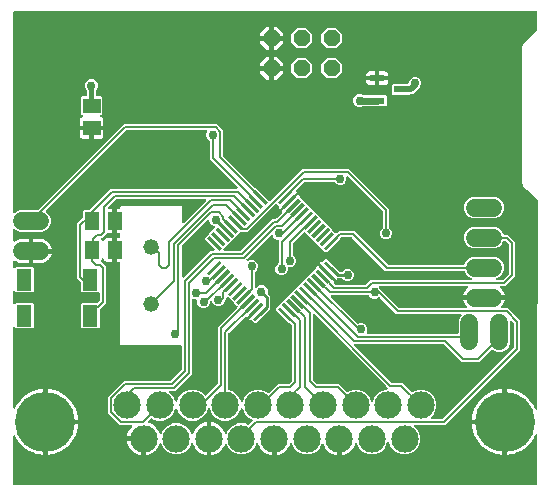
<source format=gtl>
G04 EAGLE Gerber RS-274X export*
G75*
%MOMM*%
%FSLAX34Y34*%
%LPD*%
%INTop Copper*%
%IPPOS*%
%AMOC8*
5,1,8,0,0,1.08239X$1,22.5*%
G01*
%ADD10R,1.475000X0.300000*%
%ADD11C,2.325000*%
%ADD12C,5.080000*%
%ADD13C,1.320800*%
%ADD14R,1.500000X1.300000*%
%ADD15C,1.524000*%
%ADD16P,1.539592X8X202.500000*%
%ADD17R,1.270000X1.879600*%
%ADD18R,1.300000X1.500000*%
%ADD19R,1.309600X0.618800*%
%ADD20C,0.200000*%
%ADD21C,0.756400*%
%ADD22C,0.190000*%
%ADD23C,0.508000*%
%ADD24C,0.406400*%
%ADD25C,0.254000*%
%ADD26C,0.609600*%

G36*
X451722Y8900D02*
X451722Y8900D01*
X451784Y8899D01*
X451861Y8919D01*
X451939Y8931D01*
X451996Y8956D01*
X452057Y8973D01*
X452124Y9014D01*
X452196Y9047D01*
X452243Y9088D01*
X452297Y9120D01*
X452350Y9179D01*
X452410Y9230D01*
X452444Y9283D01*
X452487Y9329D01*
X452521Y9400D01*
X452564Y9466D01*
X452583Y9526D01*
X452610Y9583D01*
X452622Y9653D01*
X452647Y9736D01*
X452648Y9819D01*
X452659Y9887D01*
X452782Y50918D01*
X452773Y50978D01*
X452775Y51038D01*
X452754Y51116D01*
X452743Y51197D01*
X452718Y51252D01*
X452702Y51310D01*
X452661Y51380D01*
X452627Y51454D01*
X452588Y51500D01*
X452557Y51552D01*
X452497Y51607D01*
X452444Y51669D01*
X452394Y51702D01*
X452350Y51743D01*
X452277Y51780D01*
X452209Y51824D01*
X452151Y51842D01*
X452097Y51869D01*
X452017Y51884D01*
X451939Y51907D01*
X451879Y51908D01*
X451820Y51919D01*
X451739Y51911D01*
X451657Y51912D01*
X451599Y51896D01*
X451539Y51890D01*
X451464Y51859D01*
X451385Y51838D01*
X451334Y51806D01*
X451278Y51783D01*
X451214Y51733D01*
X451145Y51690D01*
X451104Y51646D01*
X451057Y51608D01*
X451015Y51548D01*
X450955Y51482D01*
X450920Y51410D01*
X450882Y51354D01*
X449697Y48893D01*
X448027Y46236D01*
X446070Y43782D01*
X443852Y41564D01*
X441398Y39607D01*
X438741Y37937D01*
X435913Y36576D01*
X432951Y35539D01*
X429892Y34841D01*
X427203Y34538D01*
X427203Y61430D01*
X427194Y61493D01*
X427195Y61558D01*
X427174Y61632D01*
X427163Y61709D01*
X427137Y61768D01*
X427120Y61830D01*
X427079Y61896D01*
X427047Y61966D01*
X427005Y62015D01*
X426972Y62070D01*
X426914Y62121D01*
X426864Y62180D01*
X426810Y62216D01*
X426762Y62259D01*
X426693Y62292D01*
X426628Y62335D01*
X426566Y62354D01*
X426509Y62382D01*
X426439Y62392D01*
X426358Y62417D01*
X426273Y62418D01*
X426204Y62429D01*
X425203Y62429D01*
X425203Y62431D01*
X426204Y62431D01*
X426268Y62440D01*
X426332Y62439D01*
X426407Y62460D01*
X426483Y62471D01*
X426542Y62497D01*
X426604Y62514D01*
X426670Y62555D01*
X426740Y62587D01*
X426789Y62629D01*
X426844Y62662D01*
X426896Y62720D01*
X426954Y62770D01*
X426990Y62824D01*
X427033Y62872D01*
X427066Y62941D01*
X427109Y63006D01*
X427128Y63068D01*
X427156Y63126D01*
X427166Y63195D01*
X427191Y63276D01*
X427192Y63361D01*
X427203Y63430D01*
X427203Y90322D01*
X429892Y90019D01*
X432951Y89321D01*
X435913Y88284D01*
X438741Y86923D01*
X441398Y85253D01*
X443852Y83296D01*
X446070Y81078D01*
X448027Y78624D01*
X449697Y75967D01*
X450951Y73364D01*
X450982Y73316D01*
X451006Y73264D01*
X451061Y73199D01*
X451108Y73129D01*
X451152Y73092D01*
X451189Y73049D01*
X451259Y73002D01*
X451324Y72948D01*
X451376Y72925D01*
X451424Y72894D01*
X451505Y72869D01*
X451582Y72835D01*
X451639Y72827D01*
X451694Y72810D01*
X451778Y72809D01*
X451862Y72798D01*
X451918Y72807D01*
X451976Y72806D01*
X452057Y72828D01*
X452140Y72841D01*
X452192Y72865D01*
X452248Y72880D01*
X452320Y72924D01*
X452396Y72960D01*
X452439Y72998D01*
X452488Y73028D01*
X452545Y73090D01*
X452608Y73145D01*
X452639Y73194D01*
X452678Y73236D01*
X452715Y73312D01*
X452760Y73383D01*
X452776Y73438D01*
X452802Y73490D01*
X452813Y73564D01*
X452840Y73654D01*
X452840Y73730D01*
X452850Y73794D01*
X453376Y249634D01*
X453359Y249754D01*
X453348Y249874D01*
X453340Y249893D01*
X453337Y249913D01*
X453288Y250024D01*
X453243Y250136D01*
X453230Y250151D01*
X453222Y250171D01*
X453092Y250324D01*
X453049Y250376D01*
X443605Y258962D01*
X443590Y258972D01*
X443578Y258985D01*
X443502Y259032D01*
X443372Y259120D01*
X443340Y259130D01*
X443315Y259146D01*
X443274Y259163D01*
X442190Y260247D01*
X442170Y260262D01*
X442155Y260280D01*
X441021Y261311D01*
X441002Y261351D01*
X440992Y261366D01*
X440986Y261383D01*
X440933Y261456D01*
X440847Y261587D01*
X440822Y261608D01*
X440804Y261632D01*
X440773Y261664D01*
X440186Y263080D01*
X440180Y263090D01*
X440178Y263100D01*
X440170Y263112D01*
X440167Y263124D01*
X439513Y264511D01*
X439511Y264555D01*
X439508Y264573D01*
X439509Y264591D01*
X439488Y264678D01*
X439458Y264832D01*
X439443Y264862D01*
X439436Y264890D01*
X439419Y264932D01*
X439419Y266465D01*
X439416Y266490D01*
X439418Y266512D01*
X439345Y268044D01*
X439360Y268086D01*
X439364Y268103D01*
X439372Y268119D01*
X439386Y268208D01*
X439417Y268362D01*
X439415Y268395D01*
X439419Y268424D01*
X439419Y378958D01*
X440773Y382226D01*
X452337Y393790D01*
X452394Y393867D01*
X452459Y393938D01*
X452479Y393979D01*
X452506Y394016D01*
X452540Y394106D01*
X452582Y394192D01*
X452588Y394234D01*
X452605Y394279D01*
X452615Y394407D01*
X452629Y394497D01*
X452629Y409110D01*
X452620Y409174D01*
X452621Y409238D01*
X452600Y409313D01*
X452589Y409389D01*
X452563Y409448D01*
X452546Y409510D01*
X452505Y409576D01*
X452473Y409646D01*
X452431Y409695D01*
X452398Y409750D01*
X452340Y409802D01*
X452290Y409860D01*
X452236Y409896D01*
X452188Y409939D01*
X452119Y409972D01*
X452054Y410015D01*
X451992Y410034D01*
X451935Y410062D01*
X451865Y410073D01*
X451784Y410097D01*
X451699Y410098D01*
X451630Y410109D01*
X9890Y410109D01*
X9826Y410100D01*
X9762Y410101D01*
X9687Y410080D01*
X9611Y410069D01*
X9552Y410043D01*
X9490Y410026D01*
X9424Y409985D01*
X9354Y409953D01*
X9305Y409911D01*
X9250Y409878D01*
X9198Y409820D01*
X9140Y409770D01*
X9104Y409716D01*
X9061Y409668D01*
X9028Y409599D01*
X8985Y409534D01*
X8966Y409472D01*
X8938Y409415D01*
X8927Y409345D01*
X8903Y409264D01*
X8902Y409179D01*
X8891Y409110D01*
X8891Y240136D01*
X8895Y240104D01*
X8893Y240072D01*
X8915Y239965D01*
X8931Y239857D01*
X8944Y239827D01*
X8950Y239796D01*
X9002Y239699D01*
X9047Y239600D01*
X9068Y239575D01*
X9083Y239547D01*
X9159Y239468D01*
X9230Y239385D01*
X9257Y239368D01*
X9280Y239345D01*
X9375Y239291D01*
X9466Y239231D01*
X9497Y239221D01*
X9525Y239206D01*
X9631Y239180D01*
X9736Y239148D01*
X9768Y239148D01*
X9799Y239141D01*
X9909Y239146D01*
X10018Y239145D01*
X10049Y239153D01*
X10081Y239155D01*
X10184Y239191D01*
X10290Y239220D01*
X10317Y239237D01*
X10348Y239247D01*
X10421Y239301D01*
X10530Y239368D01*
X10562Y239404D01*
X10597Y239429D01*
X11330Y240163D01*
X14691Y241555D01*
X29290Y241555D01*
X29385Y241568D01*
X29481Y241573D01*
X29525Y241588D01*
X29570Y241595D01*
X29657Y241634D01*
X29748Y241666D01*
X29782Y241691D01*
X29826Y241711D01*
X29924Y241794D01*
X29997Y241847D01*
X102509Y314359D01*
X181458Y314359D01*
X186675Y309143D01*
X186675Y288001D01*
X186688Y287906D01*
X186693Y287809D01*
X186708Y287766D01*
X186715Y287721D01*
X186754Y287634D01*
X186786Y287543D01*
X186811Y287509D01*
X186831Y287464D01*
X186914Y287367D01*
X186967Y287294D01*
X213556Y260706D01*
X213633Y260648D01*
X213704Y260583D01*
X213745Y260564D01*
X213781Y260536D01*
X213871Y260502D01*
X213958Y260460D01*
X214000Y260454D01*
X214045Y260437D01*
X214173Y260427D01*
X214262Y260413D01*
X214556Y260413D01*
X225360Y249609D01*
X225411Y249570D01*
X225456Y249524D01*
X225523Y249486D01*
X225585Y249439D01*
X225646Y249417D01*
X225701Y249385D01*
X225777Y249367D01*
X225849Y249340D01*
X225913Y249335D01*
X225976Y249320D01*
X226053Y249324D01*
X226130Y249318D01*
X226193Y249331D01*
X226258Y249334D01*
X226331Y249360D01*
X226407Y249376D01*
X226463Y249406D01*
X226524Y249427D01*
X226581Y249468D01*
X226656Y249508D01*
X226716Y249567D01*
X226773Y249609D01*
X254009Y276845D01*
X293146Y276845D01*
X327112Y242879D01*
X327112Y227616D01*
X327113Y227606D01*
X327112Y227597D01*
X327133Y227467D01*
X327152Y227337D01*
X327155Y227328D01*
X327157Y227319D01*
X327214Y227199D01*
X327268Y227080D01*
X327274Y227073D01*
X327278Y227064D01*
X327366Y226965D01*
X327451Y226865D01*
X327459Y226860D01*
X327465Y226853D01*
X327525Y226817D01*
X329086Y225256D01*
X329894Y223306D01*
X329894Y221194D01*
X329086Y219244D01*
X327593Y217751D01*
X325643Y216943D01*
X323531Y216943D01*
X321581Y217751D01*
X320088Y219244D01*
X319280Y221194D01*
X319280Y223306D01*
X320088Y225256D01*
X321640Y226808D01*
X321688Y226836D01*
X321695Y226843D01*
X321703Y226848D01*
X321790Y226945D01*
X321881Y227042D01*
X321885Y227050D01*
X321892Y227057D01*
X321949Y227176D01*
X322009Y227293D01*
X322011Y227303D01*
X322015Y227311D01*
X322027Y227388D01*
X322061Y227571D01*
X322059Y227594D01*
X322062Y227616D01*
X322062Y240373D01*
X322049Y240468D01*
X322044Y240564D01*
X322029Y240608D01*
X322022Y240653D01*
X321983Y240740D01*
X321951Y240831D01*
X321926Y240865D01*
X321906Y240909D01*
X321823Y241007D01*
X321770Y241080D01*
X292652Y270197D01*
X292583Y270249D01*
X292519Y270309D01*
X292470Y270334D01*
X292427Y270367D01*
X292345Y270397D01*
X292268Y270437D01*
X292214Y270447D01*
X292163Y270466D01*
X292076Y270473D01*
X291991Y270489D01*
X291936Y270484D01*
X291882Y270488D01*
X291797Y270470D01*
X291710Y270462D01*
X291659Y270441D01*
X291605Y270430D01*
X291529Y270389D01*
X291448Y270357D01*
X291405Y270324D01*
X291357Y270298D01*
X291294Y270237D01*
X291226Y270184D01*
X291194Y270139D01*
X291154Y270101D01*
X291112Y270026D01*
X291061Y269955D01*
X291042Y269903D01*
X291015Y269856D01*
X290995Y269771D01*
X290966Y269689D01*
X290963Y269635D01*
X290950Y269581D01*
X290955Y269494D01*
X290950Y269408D01*
X290962Y269358D01*
X290965Y269300D01*
X291002Y269192D01*
X291022Y269108D01*
X291057Y269026D01*
X291057Y266914D01*
X290249Y264964D01*
X288756Y263471D01*
X286806Y262663D01*
X284694Y262663D01*
X282744Y263471D01*
X281192Y265023D01*
X281164Y265071D01*
X281157Y265078D01*
X281152Y265086D01*
X281054Y265174D01*
X280958Y265264D01*
X280950Y265268D01*
X280943Y265275D01*
X280824Y265332D01*
X280707Y265392D01*
X280697Y265394D01*
X280689Y265398D01*
X280612Y265410D01*
X280429Y265444D01*
X280406Y265442D01*
X280384Y265445D01*
X255939Y265445D01*
X255844Y265432D01*
X255748Y265427D01*
X255705Y265412D01*
X255660Y265405D01*
X255572Y265366D01*
X255481Y265334D01*
X255447Y265309D01*
X255403Y265289D01*
X255305Y265206D01*
X255232Y265153D01*
X248625Y258545D01*
X248587Y258494D01*
X248540Y258449D01*
X248502Y258382D01*
X248456Y258320D01*
X248433Y258260D01*
X248401Y258204D01*
X248384Y258128D01*
X248356Y258056D01*
X248351Y257992D01*
X248336Y257929D01*
X248340Y257852D01*
X248334Y257775D01*
X248348Y257712D01*
X248351Y257648D01*
X248376Y257574D01*
X248392Y257499D01*
X248422Y257442D01*
X248443Y257381D01*
X248485Y257325D01*
X248524Y257250D01*
X248584Y257189D01*
X248625Y257132D01*
X248962Y256795D01*
X241951Y249784D01*
X241950Y249784D01*
X234939Y242772D01*
X234349Y243363D01*
X234014Y243942D01*
X233841Y244588D01*
X233841Y244893D01*
X233827Y244988D01*
X233823Y245084D01*
X233808Y245128D01*
X233801Y245173D01*
X233762Y245260D01*
X233730Y245351D01*
X233705Y245385D01*
X233685Y245429D01*
X233602Y245527D01*
X233548Y245600D01*
X232433Y246715D01*
X232382Y246753D01*
X232337Y246799D01*
X232270Y246838D01*
X232208Y246884D01*
X232148Y246907D01*
X232092Y246938D01*
X232016Y246956D01*
X231944Y246984D01*
X231880Y246989D01*
X231817Y247003D01*
X231740Y246999D01*
X231663Y247005D01*
X231600Y246992D01*
X231536Y246989D01*
X231462Y246964D01*
X231387Y246948D01*
X231330Y246918D01*
X231269Y246897D01*
X231213Y246855D01*
X231138Y246815D01*
X231077Y246756D01*
X231020Y246715D01*
X207916Y223611D01*
X204735Y223611D01*
X204640Y223597D01*
X204544Y223592D01*
X204501Y223577D01*
X204456Y223571D01*
X204377Y223535D01*
X202001Y223535D01*
X201906Y223522D01*
X201810Y223517D01*
X201767Y223502D01*
X201722Y223495D01*
X201634Y223456D01*
X201543Y223424D01*
X201509Y223399D01*
X201465Y223379D01*
X201367Y223296D01*
X201294Y223243D01*
X187280Y209229D01*
X187184Y209132D01*
X187165Y209107D01*
X187140Y209086D01*
X187080Y208994D01*
X187015Y208907D01*
X187004Y208877D01*
X186986Y208850D01*
X186954Y208745D01*
X186915Y208643D01*
X186913Y208611D01*
X186903Y208580D01*
X186902Y208471D01*
X186893Y208362D01*
X186900Y208330D01*
X186900Y208298D01*
X186929Y208193D01*
X186951Y208086D01*
X186966Y208057D01*
X186975Y208026D01*
X187032Y207933D01*
X187083Y207837D01*
X187106Y207814D01*
X187123Y207786D01*
X187204Y207713D01*
X187280Y207635D01*
X187308Y207619D01*
X187332Y207597D01*
X187431Y207550D01*
X187526Y207496D01*
X187557Y207488D01*
X187586Y207474D01*
X187675Y207460D01*
X187800Y207431D01*
X187849Y207433D01*
X187891Y207427D01*
X201101Y207427D01*
X201196Y207440D01*
X201292Y207445D01*
X201335Y207460D01*
X201380Y207466D01*
X201467Y207506D01*
X201558Y207537D01*
X201593Y207563D01*
X201637Y207583D01*
X201734Y207666D01*
X201807Y207719D01*
X228606Y234518D01*
X231185Y234518D01*
X231280Y234532D01*
X231376Y234537D01*
X231419Y234552D01*
X231464Y234558D01*
X231552Y234598D01*
X231643Y234629D01*
X231677Y234654D01*
X231721Y234674D01*
X231819Y234758D01*
X231892Y234811D01*
X236689Y239609D01*
X236728Y239660D01*
X236774Y239705D01*
X236812Y239772D01*
X236859Y239834D01*
X236881Y239894D01*
X236913Y239950D01*
X236931Y240026D01*
X236958Y240098D01*
X236963Y240162D01*
X236978Y240225D01*
X236974Y240302D01*
X236980Y240379D01*
X236967Y240442D01*
X236964Y240506D01*
X236938Y240580D01*
X236922Y240655D01*
X236892Y240712D01*
X236871Y240773D01*
X236830Y240830D01*
X236790Y240904D01*
X236731Y240965D01*
X236689Y241022D01*
X236352Y241359D01*
X243364Y248370D01*
X243364Y248371D01*
X250375Y255382D01*
X250966Y254791D01*
X251300Y254212D01*
X251474Y253566D01*
X251474Y253261D01*
X251487Y253166D01*
X251492Y253070D01*
X251507Y253027D01*
X251513Y252982D01*
X251553Y252894D01*
X251585Y252803D01*
X251610Y252769D01*
X251630Y252725D01*
X251713Y252627D01*
X251766Y252554D01*
X279034Y225286D01*
X281814Y222507D01*
X281865Y222468D01*
X281910Y222422D01*
X281977Y222384D01*
X282039Y222337D01*
X282100Y222315D01*
X282155Y222283D01*
X282231Y222265D01*
X282303Y222238D01*
X282367Y222233D01*
X282430Y222218D01*
X282507Y222222D01*
X282584Y222216D01*
X282647Y222229D01*
X282712Y222232D01*
X282785Y222258D01*
X282861Y222274D01*
X282917Y222304D01*
X282978Y222325D01*
X283035Y222366D01*
X283110Y222406D01*
X283170Y222465D01*
X283227Y222507D01*
X284479Y223759D01*
X297972Y223759D01*
X325847Y195884D01*
X325924Y195826D01*
X325995Y195762D01*
X326036Y195742D01*
X326072Y195714D01*
X326162Y195680D01*
X326249Y195639D01*
X326291Y195632D01*
X326336Y195615D01*
X326464Y195605D01*
X326553Y195591D01*
X390506Y195591D01*
X390515Y195592D01*
X390525Y195591D01*
X390655Y195612D01*
X390785Y195631D01*
X390794Y195635D01*
X390803Y195636D01*
X390923Y195693D01*
X391042Y195747D01*
X391049Y195753D01*
X391058Y195757D01*
X391157Y195845D01*
X391256Y195930D01*
X391261Y195938D01*
X391268Y195945D01*
X391309Y196011D01*
X391411Y196166D01*
X391418Y196189D01*
X391429Y196208D01*
X392273Y198246D01*
X394846Y200819D01*
X398207Y202211D01*
X417085Y202211D01*
X420446Y200819D01*
X423018Y198246D01*
X424411Y194885D01*
X424411Y191247D01*
X423018Y187886D01*
X420446Y185314D01*
X418286Y184419D01*
X418211Y184375D01*
X418132Y184339D01*
X418090Y184303D01*
X418043Y184275D01*
X417984Y184212D01*
X417918Y184156D01*
X417887Y184110D01*
X417850Y184070D01*
X417811Y183992D01*
X417763Y183920D01*
X417747Y183867D01*
X417722Y183818D01*
X417706Y183733D01*
X417681Y183650D01*
X417680Y183595D01*
X417670Y183541D01*
X417678Y183455D01*
X417677Y183368D01*
X417692Y183315D01*
X417697Y183260D01*
X417729Y183180D01*
X417752Y183096D01*
X417781Y183049D01*
X417801Y182998D01*
X417855Y182930D01*
X417900Y182856D01*
X417941Y182819D01*
X417975Y182776D01*
X418045Y182725D01*
X418110Y182667D01*
X418159Y182643D01*
X418204Y182611D01*
X418285Y182582D01*
X418363Y182544D01*
X418414Y182536D01*
X418469Y182517D01*
X418583Y182510D01*
X418668Y182497D01*
X422895Y182497D01*
X422990Y182510D01*
X423087Y182515D01*
X423130Y182530D01*
X423175Y182536D01*
X423262Y182576D01*
X423353Y182607D01*
X423387Y182633D01*
X423432Y182653D01*
X423529Y182736D01*
X423602Y182789D01*
X428743Y187930D01*
X428800Y188007D01*
X428865Y188078D01*
X428885Y188119D01*
X428912Y188155D01*
X428946Y188245D01*
X428988Y188332D01*
X428994Y188374D01*
X429011Y188419D01*
X429021Y188547D01*
X429035Y188636D01*
X429035Y212140D01*
X429022Y212235D01*
X429017Y212331D01*
X429002Y212374D01*
X428996Y212419D01*
X428956Y212507D01*
X428924Y212598D01*
X428899Y212632D01*
X428879Y212676D01*
X428796Y212774D01*
X428743Y212847D01*
X425941Y215649D01*
X425864Y215707D01*
X425792Y215771D01*
X425751Y215791D01*
X425715Y215818D01*
X425625Y215852D01*
X425539Y215894D01*
X425497Y215901D01*
X425451Y215918D01*
X425323Y215928D01*
X425234Y215942D01*
X424786Y215942D01*
X424776Y215940D01*
X424767Y215941D01*
X424637Y215920D01*
X424507Y215902D01*
X424498Y215898D01*
X424489Y215896D01*
X424369Y215839D01*
X424250Y215786D01*
X424243Y215779D01*
X424234Y215775D01*
X424135Y215687D01*
X424035Y215602D01*
X424030Y215594D01*
X424023Y215588D01*
X423983Y215522D01*
X423881Y215366D01*
X423874Y215343D01*
X423863Y215325D01*
X423018Y213286D01*
X420446Y210714D01*
X417085Y209322D01*
X398207Y209322D01*
X394846Y210714D01*
X392273Y213286D01*
X390881Y216647D01*
X390881Y220285D01*
X392273Y223646D01*
X394846Y226219D01*
X398207Y227611D01*
X417085Y227611D01*
X420446Y226219D01*
X423018Y223646D01*
X423863Y221608D01*
X423868Y221600D01*
X423870Y221591D01*
X423940Y221478D01*
X424006Y221365D01*
X424013Y221359D01*
X424018Y221351D01*
X424116Y221262D01*
X424212Y221172D01*
X424220Y221168D01*
X424228Y221162D01*
X424346Y221104D01*
X424463Y221044D01*
X424473Y221043D01*
X424481Y221039D01*
X424557Y221027D01*
X424741Y220992D01*
X424765Y220994D01*
X424786Y220991D01*
X427740Y220991D01*
X434085Y214646D01*
X434085Y186131D01*
X425401Y177447D01*
X422166Y177447D01*
X422056Y177431D01*
X421946Y177423D01*
X421917Y177412D01*
X421886Y177407D01*
X421786Y177362D01*
X421683Y177323D01*
X421658Y177304D01*
X421629Y177291D01*
X421545Y177219D01*
X421457Y177153D01*
X421439Y177128D01*
X421415Y177108D01*
X421354Y177015D01*
X421289Y176927D01*
X421278Y176898D01*
X421261Y176872D01*
X421228Y176766D01*
X421190Y176663D01*
X421187Y176632D01*
X421178Y176602D01*
X421177Y176492D01*
X421169Y176382D01*
X421175Y176351D01*
X421175Y176320D01*
X421204Y176214D01*
X421227Y176106D01*
X421241Y176078D01*
X421250Y176048D01*
X421308Y175954D01*
X421360Y175857D01*
X421381Y175836D01*
X421398Y175808D01*
X421515Y175703D01*
X421578Y175639D01*
X421885Y175416D01*
X423016Y174286D01*
X423956Y172992D01*
X424682Y171567D01*
X425176Y170046D01*
X425237Y169666D01*
X408646Y169666D01*
X408582Y169656D01*
X408518Y169657D01*
X408443Y169637D01*
X408367Y169626D01*
X408308Y169599D01*
X408246Y169582D01*
X408180Y169541D01*
X408110Y169509D01*
X408061Y169468D01*
X408006Y169434D01*
X407954Y169376D01*
X407896Y169326D01*
X407860Y169272D01*
X407817Y169225D01*
X407784Y169155D01*
X407741Y169090D01*
X407722Y169029D01*
X407694Y168971D01*
X407683Y168901D01*
X407659Y168820D01*
X407658Y168736D01*
X407647Y168666D01*
X407647Y166666D01*
X407656Y166603D01*
X407655Y166538D01*
X407676Y166464D01*
X407687Y166387D01*
X407713Y166329D01*
X407730Y166267D01*
X407771Y166201D01*
X407803Y166130D01*
X407844Y166081D01*
X407878Y166027D01*
X407936Y165975D01*
X407986Y165916D01*
X408040Y165881D01*
X408088Y165838D01*
X408157Y165804D01*
X408222Y165761D01*
X408284Y165743D01*
X408341Y165715D01*
X408411Y165704D01*
X408492Y165679D01*
X408577Y165678D01*
X408646Y165667D01*
X425237Y165667D01*
X425176Y165287D01*
X424682Y163766D01*
X423956Y162341D01*
X423016Y161047D01*
X422452Y160483D01*
X422433Y160458D01*
X422409Y160437D01*
X422408Y160436D01*
X422348Y160345D01*
X422283Y160257D01*
X422271Y160227D01*
X422253Y160200D01*
X422222Y160096D01*
X422183Y159993D01*
X422180Y159961D01*
X422171Y159930D01*
X422170Y159821D01*
X422161Y159712D01*
X422168Y159681D01*
X422167Y159648D01*
X422196Y159543D01*
X422219Y159436D01*
X422234Y159408D01*
X422243Y159377D01*
X422300Y159284D01*
X422351Y159187D01*
X422374Y159164D01*
X422391Y159137D01*
X422472Y159063D01*
X422548Y158985D01*
X422576Y158969D01*
X422600Y158948D01*
X422698Y158900D01*
X422793Y158846D01*
X422825Y158839D01*
X422854Y158825D01*
X422943Y158811D01*
X423068Y158781D01*
X423116Y158784D01*
X423158Y158777D01*
X427724Y158777D01*
X438135Y148366D01*
X438135Y123414D01*
X374701Y59980D01*
X349603Y59980D01*
X349571Y59976D01*
X349539Y59978D01*
X349432Y59956D01*
X349323Y59940D01*
X349294Y59927D01*
X349262Y59921D01*
X349166Y59869D01*
X349066Y59824D01*
X349042Y59803D01*
X349014Y59788D01*
X348935Y59712D01*
X348852Y59641D01*
X348835Y59614D01*
X348811Y59591D01*
X348758Y59496D01*
X348698Y59405D01*
X348688Y59374D01*
X348672Y59346D01*
X348647Y59240D01*
X348615Y59135D01*
X348615Y59103D01*
X348607Y59072D01*
X348613Y58962D01*
X348612Y58853D01*
X348620Y58822D01*
X348622Y58790D01*
X348658Y58687D01*
X348687Y58581D01*
X348704Y58554D01*
X348714Y58523D01*
X348768Y58450D01*
X348835Y58341D01*
X348871Y58309D01*
X348896Y58274D01*
X351516Y55655D01*
X353518Y50822D01*
X353518Y45590D01*
X351516Y40757D01*
X347817Y37058D01*
X342984Y35056D01*
X337752Y35056D01*
X332919Y37058D01*
X329220Y40757D01*
X327448Y45035D01*
X327432Y45063D01*
X327422Y45094D01*
X327360Y45184D01*
X327305Y45278D01*
X327281Y45300D01*
X327263Y45327D01*
X327179Y45396D01*
X327099Y45471D01*
X327070Y45486D01*
X327045Y45506D01*
X326945Y45549D01*
X326847Y45599D01*
X326816Y45605D01*
X326786Y45617D01*
X326678Y45631D01*
X326570Y45651D01*
X326538Y45648D01*
X326506Y45652D01*
X326398Y45635D01*
X326290Y45624D01*
X326260Y45612D01*
X326228Y45607D01*
X326129Y45560D01*
X326028Y45520D01*
X326002Y45500D01*
X325973Y45486D01*
X325891Y45413D01*
X325805Y45346D01*
X325786Y45320D01*
X325762Y45299D01*
X325715Y45221D01*
X325640Y45117D01*
X325624Y45072D01*
X325602Y45035D01*
X323830Y40757D01*
X320131Y37058D01*
X315298Y35056D01*
X310066Y35056D01*
X305233Y37058D01*
X301534Y40757D01*
X300293Y43753D01*
X300257Y43814D01*
X300230Y43880D01*
X300186Y43935D01*
X300150Y43996D01*
X300098Y44044D01*
X300053Y44100D01*
X299995Y44140D01*
X299944Y44188D01*
X299880Y44221D01*
X299822Y44262D01*
X299755Y44284D01*
X299693Y44316D01*
X299622Y44330D01*
X299555Y44352D01*
X299485Y44356D01*
X299416Y44369D01*
X299345Y44362D01*
X299273Y44365D01*
X299205Y44348D01*
X299135Y44342D01*
X299069Y44315D01*
X298999Y44298D01*
X298938Y44263D01*
X298873Y44237D01*
X298817Y44193D01*
X298755Y44158D01*
X298706Y44107D01*
X298651Y44064D01*
X298609Y44006D01*
X298559Y43954D01*
X298530Y43897D01*
X298485Y43835D01*
X298454Y43747D01*
X298420Y43679D01*
X298124Y42768D01*
X297112Y40781D01*
X295801Y38978D01*
X294224Y37401D01*
X292421Y36090D01*
X290434Y35078D01*
X288313Y34389D01*
X286995Y34180D01*
X286995Y47206D01*
X286986Y47269D01*
X286987Y47334D01*
X286966Y47408D01*
X286955Y47485D01*
X286929Y47544D01*
X286912Y47606D01*
X286871Y47672D01*
X286839Y47742D01*
X286797Y47791D01*
X286764Y47846D01*
X286706Y47897D01*
X286656Y47956D01*
X286602Y47992D01*
X286554Y48035D01*
X286485Y48068D01*
X286420Y48111D01*
X286358Y48130D01*
X286301Y48158D01*
X286231Y48168D01*
X286150Y48193D01*
X286065Y48194D01*
X285996Y48205D01*
X283996Y48205D01*
X283932Y48196D01*
X283868Y48197D01*
X283793Y48176D01*
X283717Y48165D01*
X283658Y48139D01*
X283596Y48122D01*
X283530Y48081D01*
X283460Y48049D01*
X283411Y48007D01*
X283356Y47974D01*
X283304Y47916D01*
X283246Y47866D01*
X283210Y47812D01*
X283167Y47764D01*
X283134Y47695D01*
X283091Y47630D01*
X283072Y47568D01*
X283044Y47510D01*
X283033Y47441D01*
X283009Y47360D01*
X283008Y47275D01*
X282997Y47206D01*
X282997Y34180D01*
X281679Y34389D01*
X279558Y35078D01*
X277571Y36090D01*
X275768Y37401D01*
X274191Y38978D01*
X272880Y40781D01*
X271868Y42768D01*
X271684Y43336D01*
X271652Y43400D01*
X271630Y43468D01*
X271591Y43526D01*
X271560Y43589D01*
X271511Y43642D01*
X271471Y43701D01*
X271417Y43745D01*
X271370Y43797D01*
X271309Y43835D01*
X271254Y43880D01*
X271189Y43908D01*
X271129Y43944D01*
X271060Y43963D01*
X270995Y43991D01*
X270925Y44000D01*
X270857Y44018D01*
X270785Y44017D01*
X270715Y44026D01*
X270645Y44015D01*
X270575Y44013D01*
X270507Y43992D01*
X270436Y43981D01*
X270373Y43951D01*
X270306Y43930D01*
X270246Y43890D01*
X270181Y43860D01*
X270129Y43813D01*
X270070Y43774D01*
X270024Y43720D01*
X269971Y43672D01*
X269937Y43617D01*
X269888Y43559D01*
X269850Y43474D01*
X269810Y43409D01*
X268712Y40757D01*
X265013Y37058D01*
X260180Y35056D01*
X254948Y35056D01*
X250115Y37058D01*
X246416Y40757D01*
X245175Y43753D01*
X245139Y43814D01*
X245112Y43880D01*
X245068Y43935D01*
X245032Y43996D01*
X244980Y44044D01*
X244935Y44100D01*
X244877Y44140D01*
X244826Y44188D01*
X244762Y44221D01*
X244704Y44262D01*
X244637Y44284D01*
X244575Y44316D01*
X244504Y44330D01*
X244437Y44352D01*
X244367Y44356D01*
X244298Y44369D01*
X244227Y44362D01*
X244155Y44365D01*
X244087Y44348D01*
X244017Y44342D01*
X243951Y44315D01*
X243881Y44298D01*
X243820Y44263D01*
X243755Y44237D01*
X243699Y44193D01*
X243637Y44158D01*
X243588Y44107D01*
X243533Y44064D01*
X243491Y44006D01*
X243441Y43954D01*
X243412Y43897D01*
X243367Y43835D01*
X243336Y43747D01*
X243302Y43679D01*
X243006Y42768D01*
X241994Y40781D01*
X240683Y38978D01*
X239106Y37401D01*
X237303Y36090D01*
X235316Y35078D01*
X233195Y34389D01*
X231877Y34180D01*
X231877Y47206D01*
X231868Y47269D01*
X231869Y47334D01*
X231848Y47408D01*
X231837Y47485D01*
X231811Y47544D01*
X231794Y47606D01*
X231753Y47672D01*
X231721Y47742D01*
X231679Y47791D01*
X231646Y47846D01*
X231588Y47897D01*
X231538Y47956D01*
X231484Y47992D01*
X231436Y48035D01*
X231367Y48068D01*
X231302Y48111D01*
X231240Y48130D01*
X231183Y48158D01*
X231113Y48168D01*
X231032Y48193D01*
X230947Y48194D01*
X230878Y48205D01*
X228878Y48205D01*
X228814Y48196D01*
X228750Y48197D01*
X228675Y48176D01*
X228599Y48165D01*
X228540Y48139D01*
X228478Y48122D01*
X228412Y48081D01*
X228342Y48049D01*
X228293Y48007D01*
X228238Y47974D01*
X228186Y47916D01*
X228128Y47866D01*
X228092Y47812D01*
X228049Y47764D01*
X228016Y47695D01*
X227973Y47630D01*
X227954Y47568D01*
X227926Y47510D01*
X227915Y47441D01*
X227891Y47360D01*
X227890Y47275D01*
X227879Y47206D01*
X227879Y34180D01*
X226561Y34389D01*
X224440Y35078D01*
X222453Y36090D01*
X220650Y37401D01*
X219073Y38978D01*
X217762Y40781D01*
X216750Y42768D01*
X216454Y43679D01*
X216423Y43743D01*
X216401Y43811D01*
X216361Y43869D01*
X216330Y43932D01*
X216282Y43985D01*
X216242Y44044D01*
X216187Y44089D01*
X216140Y44141D01*
X216079Y44178D01*
X216024Y44224D01*
X215959Y44251D01*
X215899Y44288D01*
X215830Y44307D01*
X215765Y44335D01*
X215695Y44344D01*
X215627Y44362D01*
X215556Y44361D01*
X215485Y44369D01*
X215416Y44358D01*
X215345Y44357D01*
X215277Y44336D01*
X215207Y44324D01*
X215143Y44294D01*
X215076Y44273D01*
X215016Y44234D01*
X214952Y44203D01*
X214899Y44157D01*
X214841Y44118D01*
X214794Y44063D01*
X214741Y44016D01*
X214708Y43961D01*
X214658Y43903D01*
X214620Y43817D01*
X214581Y43753D01*
X213340Y40757D01*
X209641Y37058D01*
X204808Y35056D01*
X199576Y35056D01*
X194743Y37058D01*
X191044Y40757D01*
X189946Y43409D01*
X189909Y43471D01*
X189882Y43537D01*
X189838Y43591D01*
X189802Y43652D01*
X189750Y43701D01*
X189705Y43756D01*
X189648Y43797D01*
X189596Y43845D01*
X189533Y43877D01*
X189474Y43918D01*
X189408Y43941D01*
X189345Y43973D01*
X189275Y43986D01*
X189207Y44009D01*
X189137Y44012D01*
X189068Y44025D01*
X188997Y44018D01*
X188925Y44021D01*
X188857Y44005D01*
X188787Y43998D01*
X188721Y43971D01*
X188651Y43955D01*
X188590Y43919D01*
X188525Y43893D01*
X188469Y43850D01*
X188407Y43814D01*
X188358Y43763D01*
X188303Y43720D01*
X188261Y43662D01*
X188212Y43611D01*
X188183Y43553D01*
X188138Y43491D01*
X188106Y43403D01*
X188072Y43336D01*
X187888Y42768D01*
X186876Y40781D01*
X185565Y38978D01*
X183988Y37401D01*
X182185Y36090D01*
X180198Y35078D01*
X178077Y34389D01*
X176759Y34180D01*
X176759Y47206D01*
X176750Y47269D01*
X176751Y47334D01*
X176730Y47408D01*
X176719Y47485D01*
X176693Y47544D01*
X176676Y47606D01*
X176635Y47672D01*
X176603Y47742D01*
X176561Y47791D01*
X176528Y47846D01*
X176470Y47897D01*
X176420Y47956D01*
X176366Y47992D01*
X176318Y48035D01*
X176249Y48068D01*
X176184Y48111D01*
X176122Y48130D01*
X176065Y48158D01*
X175995Y48168D01*
X175914Y48193D01*
X175829Y48194D01*
X175760Y48205D01*
X173760Y48205D01*
X173696Y48196D01*
X173632Y48197D01*
X173557Y48176D01*
X173481Y48165D01*
X173422Y48139D01*
X173360Y48122D01*
X173294Y48081D01*
X173224Y48049D01*
X173175Y48007D01*
X173120Y47974D01*
X173068Y47916D01*
X173010Y47866D01*
X172974Y47812D01*
X172931Y47764D01*
X172898Y47695D01*
X172855Y47630D01*
X172836Y47568D01*
X172808Y47510D01*
X172797Y47441D01*
X172773Y47360D01*
X172772Y47275D01*
X172761Y47206D01*
X172761Y34180D01*
X171443Y34389D01*
X169322Y35078D01*
X167335Y36090D01*
X165532Y37401D01*
X163955Y38978D01*
X162644Y40781D01*
X161632Y42768D01*
X161336Y43679D01*
X161305Y43743D01*
X161283Y43811D01*
X161243Y43869D01*
X161212Y43932D01*
X161164Y43985D01*
X161124Y44044D01*
X161069Y44089D01*
X161022Y44141D01*
X160961Y44178D01*
X160906Y44224D01*
X160841Y44251D01*
X160781Y44288D01*
X160712Y44307D01*
X160647Y44335D01*
X160577Y44344D01*
X160509Y44362D01*
X160438Y44361D01*
X160367Y44369D01*
X160298Y44358D01*
X160227Y44357D01*
X160159Y44336D01*
X160089Y44324D01*
X160025Y44294D01*
X159958Y44273D01*
X159898Y44234D01*
X159834Y44203D01*
X159781Y44157D01*
X159723Y44118D01*
X159676Y44063D01*
X159623Y44016D01*
X159590Y43961D01*
X159540Y43903D01*
X159502Y43817D01*
X159463Y43753D01*
X158222Y40757D01*
X154523Y37058D01*
X149690Y35056D01*
X144458Y35056D01*
X139625Y37058D01*
X135926Y40757D01*
X134685Y43753D01*
X134649Y43814D01*
X134622Y43880D01*
X134578Y43935D01*
X134542Y43996D01*
X134490Y44044D01*
X134445Y44100D01*
X134387Y44140D01*
X134336Y44188D01*
X134272Y44221D01*
X134214Y44262D01*
X134147Y44284D01*
X134085Y44316D01*
X134014Y44330D01*
X133947Y44352D01*
X133877Y44356D01*
X133808Y44369D01*
X133737Y44362D01*
X133665Y44365D01*
X133597Y44348D01*
X133527Y44342D01*
X133461Y44315D01*
X133391Y44298D01*
X133330Y44263D01*
X133265Y44237D01*
X133209Y44193D01*
X133147Y44158D01*
X133098Y44107D01*
X133043Y44064D01*
X133001Y44006D01*
X132951Y43954D01*
X132922Y43897D01*
X132877Y43835D01*
X132846Y43747D01*
X132812Y43679D01*
X132516Y42768D01*
X131504Y40781D01*
X130193Y38978D01*
X128616Y37401D01*
X126813Y36090D01*
X124826Y35078D01*
X122705Y34389D01*
X121387Y34180D01*
X121387Y47206D01*
X121378Y47269D01*
X121379Y47334D01*
X121358Y47408D01*
X121347Y47485D01*
X121321Y47544D01*
X121304Y47606D01*
X121263Y47672D01*
X121231Y47742D01*
X121189Y47791D01*
X121156Y47846D01*
X121098Y47897D01*
X121048Y47956D01*
X120994Y47992D01*
X120946Y48035D01*
X120877Y48068D01*
X120812Y48111D01*
X120750Y48130D01*
X120693Y48158D01*
X120623Y48168D01*
X120542Y48193D01*
X120457Y48194D01*
X120388Y48205D01*
X119387Y48205D01*
X119387Y49206D01*
X119378Y49270D01*
X119379Y49334D01*
X119358Y49409D01*
X119347Y49485D01*
X119321Y49544D01*
X119304Y49606D01*
X119263Y49672D01*
X119231Y49742D01*
X119189Y49791D01*
X119156Y49846D01*
X119098Y49898D01*
X119048Y49956D01*
X118994Y49992D01*
X118946Y50035D01*
X118877Y50068D01*
X118812Y50111D01*
X118750Y50130D01*
X118692Y50158D01*
X118623Y50168D01*
X118542Y50193D01*
X118457Y50194D01*
X118388Y50205D01*
X105362Y50205D01*
X105441Y50705D01*
X105442Y50705D01*
X105571Y51523D01*
X106260Y53644D01*
X107272Y55631D01*
X108583Y57434D01*
X109523Y58374D01*
X109542Y58400D01*
X109567Y58421D01*
X109627Y58512D01*
X109692Y58600D01*
X109704Y58630D01*
X109721Y58657D01*
X109753Y58762D01*
X109792Y58864D01*
X109794Y58896D01*
X109804Y58927D01*
X109805Y59036D01*
X109814Y59145D01*
X109807Y59177D01*
X109808Y59209D01*
X109778Y59314D01*
X109756Y59421D01*
X109741Y59450D01*
X109732Y59481D01*
X109675Y59574D01*
X109624Y59670D01*
X109601Y59693D01*
X109584Y59721D01*
X109503Y59794D01*
X109427Y59872D01*
X109399Y59888D01*
X109375Y59910D01*
X109277Y59957D01*
X109182Y60011D01*
X109150Y60019D01*
X109121Y60033D01*
X109032Y60047D01*
X108907Y60076D01*
X108859Y60074D01*
X108817Y60080D01*
X98807Y60080D01*
X89098Y69789D01*
X89098Y83519D01*
X102968Y97389D01*
X141902Y97389D01*
X141997Y97402D01*
X142093Y97407D01*
X142136Y97422D01*
X142181Y97429D01*
X142269Y97468D01*
X142360Y97500D01*
X142394Y97525D01*
X142438Y97545D01*
X142536Y97628D01*
X142609Y97681D01*
X151239Y106311D01*
X151296Y106388D01*
X151361Y106460D01*
X151381Y106501D01*
X151408Y106537D01*
X151442Y106627D01*
X151484Y106713D01*
X151490Y106755D01*
X151507Y106801D01*
X151517Y106928D01*
X151531Y107018D01*
X151531Y126270D01*
X151522Y126334D01*
X151523Y126398D01*
X151502Y126473D01*
X151491Y126549D01*
X151465Y126608D01*
X151448Y126670D01*
X151407Y126736D01*
X151375Y126806D01*
X151333Y126855D01*
X151300Y126910D01*
X151242Y126962D01*
X151192Y127020D01*
X151138Y127056D01*
X151090Y127099D01*
X151021Y127132D01*
X150956Y127175D01*
X150894Y127194D01*
X150837Y127222D01*
X150767Y127233D01*
X150686Y127257D01*
X150601Y127258D01*
X150532Y127269D01*
X99915Y127269D01*
X99329Y127855D01*
X99329Y197077D01*
X99320Y197141D01*
X99321Y197205D01*
X99300Y197280D01*
X99289Y197356D01*
X99263Y197415D01*
X99246Y197477D01*
X99205Y197543D01*
X99173Y197613D01*
X99131Y197662D01*
X99098Y197717D01*
X99040Y197769D01*
X98990Y197827D01*
X98936Y197863D01*
X98888Y197906D01*
X98819Y197939D01*
X98754Y197982D01*
X98692Y198001D01*
X98635Y198029D01*
X98565Y198040D01*
X98484Y198064D01*
X98399Y198065D01*
X98330Y198076D01*
X96911Y198076D01*
X96911Y207117D01*
X96902Y207180D01*
X96903Y207245D01*
X96882Y207319D01*
X96871Y207396D01*
X96845Y207455D01*
X96827Y207517D01*
X96787Y207583D01*
X96755Y207653D01*
X96713Y207702D01*
X96679Y207757D01*
X96622Y207808D01*
X96571Y207867D01*
X96518Y207903D01*
X96470Y207946D01*
X96400Y207979D01*
X96335Y208022D01*
X96274Y208041D01*
X96216Y208069D01*
X96147Y208079D01*
X96066Y208104D01*
X95981Y208105D01*
X95912Y208116D01*
X93912Y208116D01*
X93848Y208107D01*
X93784Y208108D01*
X93709Y208087D01*
X93632Y208076D01*
X93574Y208050D01*
X93512Y208033D01*
X93446Y207992D01*
X93375Y207960D01*
X93327Y207918D01*
X93272Y207885D01*
X93220Y207827D01*
X93161Y207777D01*
X93126Y207723D01*
X93083Y207675D01*
X93049Y207606D01*
X93007Y207541D01*
X92988Y207479D01*
X92960Y207421D01*
X92949Y207352D01*
X92924Y207271D01*
X92923Y207186D01*
X92912Y207117D01*
X92912Y198076D01*
X88077Y198076D01*
X87431Y198249D01*
X86851Y198584D01*
X86379Y199057D01*
X86044Y199636D01*
X85901Y200171D01*
X85897Y200181D01*
X85895Y200192D01*
X85841Y200310D01*
X85790Y200430D01*
X85783Y200439D01*
X85779Y200448D01*
X85694Y200547D01*
X85611Y200648D01*
X85602Y200655D01*
X85595Y200663D01*
X85486Y200734D01*
X85379Y200808D01*
X85368Y200811D01*
X85359Y200817D01*
X85235Y200855D01*
X85111Y200896D01*
X85100Y200896D01*
X85090Y200900D01*
X84959Y200901D01*
X84829Y200906D01*
X84819Y200903D01*
X84808Y200903D01*
X84682Y200868D01*
X84556Y200836D01*
X84546Y200831D01*
X84536Y200828D01*
X84425Y200760D01*
X84313Y200694D01*
X84305Y200686D01*
X84296Y200680D01*
X84208Y200583D01*
X84119Y200488D01*
X84114Y200479D01*
X84107Y200471D01*
X84050Y200354D01*
X83991Y200237D01*
X83989Y200227D01*
X83984Y200217D01*
X83972Y200138D01*
X83944Y199993D01*
X83388Y199437D01*
X83374Y199419D01*
X83362Y199408D01*
X83343Y199380D01*
X83303Y199341D01*
X83265Y199274D01*
X83219Y199212D01*
X83196Y199152D01*
X83164Y199096D01*
X83147Y199020D01*
X83119Y198948D01*
X83114Y198884D01*
X83100Y198821D01*
X83103Y198744D01*
X83097Y198667D01*
X83111Y198604D01*
X83114Y198539D01*
X83139Y198466D01*
X83155Y198390D01*
X83185Y198334D01*
X83206Y198273D01*
X83248Y198216D01*
X83288Y198141D01*
X83347Y198081D01*
X83388Y198024D01*
X87326Y194086D01*
X87326Y162784D01*
X82528Y157986D01*
X82471Y157909D01*
X82406Y157838D01*
X82386Y157797D01*
X82359Y157760D01*
X82325Y157670D01*
X82283Y157584D01*
X82277Y157542D01*
X82259Y157497D01*
X82249Y157369D01*
X82236Y157279D01*
X82236Y142450D01*
X81342Y141557D01*
X67379Y141557D01*
X66486Y142450D01*
X66486Y162510D01*
X67379Y163403D01*
X80390Y163403D01*
X80485Y163416D01*
X80581Y163421D01*
X80624Y163436D01*
X80669Y163443D01*
X80757Y163482D01*
X80848Y163514D01*
X80882Y163539D01*
X80926Y163559D01*
X81023Y163642D01*
X81097Y163696D01*
X81984Y164583D01*
X82042Y164660D01*
X82106Y164731D01*
X82126Y164772D01*
X82153Y164809D01*
X82187Y164899D01*
X82229Y164985D01*
X82236Y165027D01*
X82253Y165073D01*
X82263Y165200D01*
X82277Y165290D01*
X82277Y171038D01*
X82268Y171102D01*
X82269Y171166D01*
X82248Y171241D01*
X82237Y171317D01*
X82211Y171376D01*
X82193Y171438D01*
X82153Y171504D01*
X82121Y171574D01*
X82079Y171623D01*
X82045Y171678D01*
X81988Y171730D01*
X81937Y171789D01*
X81884Y171824D01*
X81836Y171867D01*
X81766Y171901D01*
X81701Y171943D01*
X81640Y171962D01*
X81582Y171990D01*
X81513Y172001D01*
X81432Y172025D01*
X81347Y172027D01*
X81278Y172037D01*
X67379Y172037D01*
X66486Y172930D01*
X66486Y180500D01*
X66473Y180595D01*
X66468Y180692D01*
X66453Y180735D01*
X66446Y180780D01*
X66407Y180867D01*
X66375Y180958D01*
X66350Y180992D01*
X66330Y181037D01*
X66247Y181134D01*
X66193Y181207D01*
X62946Y184454D01*
X62946Y230347D01*
X64718Y232118D01*
X67594Y234995D01*
X67652Y235072D01*
X67716Y235143D01*
X67736Y235184D01*
X67763Y235220D01*
X67792Y235296D01*
X67793Y235297D01*
X67794Y235300D01*
X67797Y235310D01*
X67839Y235397D01*
X67846Y235439D01*
X67863Y235484D01*
X67867Y235542D01*
X67875Y235566D01*
X67876Y235630D01*
X67887Y235701D01*
X67887Y240890D01*
X68780Y241783D01*
X73270Y241783D01*
X73366Y241796D01*
X73462Y241801D01*
X73504Y241816D01*
X73550Y241823D01*
X73637Y241862D01*
X73728Y241894D01*
X73762Y241919D01*
X73807Y241939D01*
X73904Y242022D01*
X73977Y242075D01*
X75158Y243257D01*
X75159Y243257D01*
X91664Y259763D01*
X197874Y259763D01*
X197906Y259767D01*
X197938Y259765D01*
X198045Y259787D01*
X198153Y259803D01*
X198183Y259816D01*
X198214Y259822D01*
X198311Y259874D01*
X198410Y259919D01*
X198435Y259940D01*
X198463Y259955D01*
X198542Y260031D01*
X198625Y260102D01*
X198642Y260129D01*
X198665Y260152D01*
X198719Y260247D01*
X198779Y260338D01*
X198788Y260369D01*
X198804Y260397D01*
X198830Y260504D01*
X198861Y260608D01*
X198862Y260640D01*
X198869Y260671D01*
X198864Y260781D01*
X198865Y260890D01*
X198857Y260921D01*
X198855Y260953D01*
X198819Y261056D01*
X198790Y261162D01*
X198773Y261189D01*
X198762Y261220D01*
X198709Y261293D01*
X198642Y261402D01*
X198606Y261434D01*
X198581Y261469D01*
X177047Y283002D01*
X175275Y284774D01*
X175275Y300163D01*
X175274Y300172D01*
X175275Y300182D01*
X175254Y300312D01*
X175235Y300442D01*
X175231Y300451D01*
X175230Y300461D01*
X175174Y300579D01*
X175119Y300699D01*
X175113Y300706D01*
X175109Y300715D01*
X175021Y300813D01*
X174936Y300913D01*
X174928Y300919D01*
X174921Y300926D01*
X174862Y300962D01*
X173301Y302523D01*
X172493Y304473D01*
X172493Y306584D01*
X173050Y307928D01*
X173079Y308043D01*
X173114Y308157D01*
X173114Y308179D01*
X173120Y308201D01*
X173116Y308320D01*
X173118Y308439D01*
X173112Y308461D01*
X173111Y308483D01*
X173074Y308596D01*
X173043Y308710D01*
X173031Y308730D01*
X173024Y308751D01*
X172957Y308849D01*
X172895Y308950D01*
X172878Y308966D01*
X172865Y308984D01*
X172773Y309060D01*
X172685Y309139D01*
X172665Y309149D01*
X172647Y309164D01*
X172538Y309211D01*
X172431Y309262D01*
X172410Y309266D01*
X172388Y309275D01*
X172203Y309298D01*
X172127Y309310D01*
X105014Y309310D01*
X104919Y309296D01*
X104823Y309291D01*
X104780Y309276D01*
X104735Y309270D01*
X104648Y309231D01*
X104557Y309199D01*
X104522Y309174D01*
X104478Y309154D01*
X104381Y309071D01*
X104308Y309017D01*
X36898Y241608D01*
X36860Y241556D01*
X36814Y241511D01*
X36775Y241444D01*
X36729Y241382D01*
X36706Y241322D01*
X36674Y241266D01*
X36657Y241191D01*
X36629Y241118D01*
X36624Y241054D01*
X36610Y240992D01*
X36613Y240914D01*
X36608Y240837D01*
X36621Y240774D01*
X36624Y240710D01*
X36649Y240637D01*
X36665Y240561D01*
X36695Y240504D01*
X36716Y240443D01*
X36758Y240387D01*
X36798Y240312D01*
X36857Y240251D01*
X36898Y240194D01*
X39503Y237590D01*
X40895Y234229D01*
X40895Y230591D01*
X39503Y227230D01*
X36930Y224657D01*
X33569Y223265D01*
X14691Y223265D01*
X11330Y224657D01*
X10597Y225391D01*
X10571Y225410D01*
X10550Y225435D01*
X10458Y225495D01*
X10371Y225560D01*
X10341Y225571D01*
X10314Y225589D01*
X10209Y225621D01*
X10107Y225660D01*
X10075Y225662D01*
X10044Y225672D01*
X9935Y225673D01*
X9826Y225681D01*
X9794Y225675D01*
X9762Y225675D01*
X9657Y225646D01*
X9550Y225624D01*
X9521Y225609D01*
X9490Y225600D01*
X9397Y225543D01*
X9301Y225491D01*
X9278Y225469D01*
X9250Y225452D01*
X9177Y225371D01*
X9099Y225295D01*
X9083Y225267D01*
X9061Y225243D01*
X9014Y225145D01*
X8960Y225049D01*
X8952Y225018D01*
X8938Y224989D01*
X8924Y224899D01*
X8895Y224775D01*
X8897Y224726D01*
X8891Y224684D01*
X8891Y215995D01*
X8904Y215901D01*
X8909Y215806D01*
X8924Y215762D01*
X8931Y215716D01*
X8970Y215629D01*
X9001Y215539D01*
X9028Y215501D01*
X9047Y215459D01*
X9109Y215386D01*
X9163Y215309D01*
X9200Y215280D01*
X9230Y215244D01*
X9310Y215192D01*
X9384Y215133D01*
X9427Y215115D01*
X9466Y215090D01*
X9557Y215062D01*
X9645Y215026D01*
X9691Y215021D01*
X9736Y215007D01*
X9831Y215006D01*
X9925Y214996D01*
X9971Y215004D01*
X10018Y215004D01*
X10109Y215029D01*
X10203Y215046D01*
X10242Y215066D01*
X10290Y215079D01*
X10397Y215145D01*
X10477Y215186D01*
X11185Y215700D01*
X12610Y216426D01*
X14131Y216921D01*
X15710Y217171D01*
X22131Y217171D01*
X22131Y208010D01*
X22140Y207947D01*
X22139Y207882D01*
X22160Y207808D01*
X22171Y207731D01*
X22197Y207672D01*
X22214Y207610D01*
X22255Y207544D01*
X22287Y207474D01*
X22329Y207425D01*
X22362Y207370D01*
X22420Y207319D01*
X22470Y207260D01*
X22524Y207224D01*
X22572Y207181D01*
X22641Y207148D01*
X22706Y207105D01*
X22768Y207086D01*
X22825Y207058D01*
X22895Y207048D01*
X22976Y207023D01*
X23061Y207022D01*
X23130Y207011D01*
X24131Y207011D01*
X24131Y207009D01*
X23130Y207009D01*
X23066Y207000D01*
X23002Y207001D01*
X22927Y206980D01*
X22851Y206969D01*
X22792Y206943D01*
X22730Y206926D01*
X22664Y206885D01*
X22594Y206853D01*
X22545Y206811D01*
X22490Y206778D01*
X22438Y206720D01*
X22380Y206670D01*
X22344Y206616D01*
X22301Y206568D01*
X22268Y206499D01*
X22225Y206434D01*
X22206Y206372D01*
X22178Y206314D01*
X22167Y206245D01*
X22143Y206164D01*
X22142Y206079D01*
X22131Y206010D01*
X22131Y196849D01*
X15710Y196849D01*
X14131Y197099D01*
X12610Y197594D01*
X11185Y198320D01*
X10477Y198834D01*
X10393Y198878D01*
X10314Y198930D01*
X10269Y198944D01*
X10228Y198966D01*
X10135Y198985D01*
X10044Y199013D01*
X9998Y199013D01*
X9952Y199023D01*
X9857Y199015D01*
X9762Y199016D01*
X9717Y199004D01*
X9671Y199000D01*
X9582Y198966D01*
X9490Y198941D01*
X9451Y198917D01*
X9407Y198900D01*
X9331Y198843D01*
X9250Y198793D01*
X9219Y198758D01*
X9182Y198730D01*
X9125Y198654D01*
X9061Y198584D01*
X9041Y198542D01*
X9013Y198504D01*
X8980Y198415D01*
X8938Y198330D01*
X8932Y198287D01*
X8914Y198240D01*
X8905Y198114D01*
X8891Y198025D01*
X8891Y193687D01*
X8895Y193655D01*
X8893Y193623D01*
X8915Y193516D01*
X8931Y193408D01*
X8944Y193378D01*
X8950Y193347D01*
X9002Y193250D01*
X9047Y193151D01*
X9068Y193126D01*
X9083Y193098D01*
X9159Y193019D01*
X9230Y192936D01*
X9257Y192919D01*
X9280Y192896D01*
X9375Y192842D01*
X9466Y192782D01*
X9497Y192772D01*
X9525Y192757D01*
X9631Y192731D01*
X9736Y192699D01*
X9768Y192699D01*
X9799Y192692D01*
X9909Y192697D01*
X10018Y192696D01*
X10049Y192704D01*
X10081Y192706D01*
X10184Y192742D01*
X10290Y192771D01*
X10317Y192788D01*
X10348Y192798D01*
X10421Y192852D01*
X10530Y192919D01*
X10562Y192955D01*
X10597Y192980D01*
X11499Y193883D01*
X25462Y193883D01*
X26356Y192990D01*
X26356Y172930D01*
X25462Y172037D01*
X11499Y172037D01*
X10597Y172940D01*
X10571Y172959D01*
X10550Y172984D01*
X10458Y173044D01*
X10371Y173109D01*
X10341Y173121D01*
X10314Y173138D01*
X10209Y173170D01*
X10107Y173209D01*
X10075Y173211D01*
X10044Y173221D01*
X9935Y173222D01*
X9826Y173231D01*
X9794Y173224D01*
X9762Y173224D01*
X9657Y173195D01*
X9550Y173173D01*
X9521Y173158D01*
X9490Y173149D01*
X9397Y173092D01*
X9301Y173041D01*
X9278Y173018D01*
X9250Y173001D01*
X9177Y172920D01*
X9099Y172844D01*
X9083Y172816D01*
X9061Y172792D01*
X9014Y172694D01*
X8960Y172598D01*
X8952Y172567D01*
X8938Y172538D01*
X8924Y172449D01*
X8895Y172324D01*
X8897Y172276D01*
X8891Y172233D01*
X8891Y163207D01*
X8895Y163175D01*
X8893Y163143D01*
X8915Y163036D01*
X8931Y162928D01*
X8944Y162898D01*
X8950Y162867D01*
X9002Y162770D01*
X9047Y162671D01*
X9068Y162646D01*
X9083Y162618D01*
X9159Y162539D01*
X9230Y162456D01*
X9257Y162439D01*
X9280Y162416D01*
X9375Y162362D01*
X9466Y162302D01*
X9497Y162292D01*
X9525Y162277D01*
X9631Y162251D01*
X9736Y162219D01*
X9768Y162219D01*
X9799Y162212D01*
X9909Y162217D01*
X10018Y162216D01*
X10049Y162224D01*
X10081Y162226D01*
X10184Y162262D01*
X10290Y162291D01*
X10317Y162308D01*
X10348Y162318D01*
X10421Y162372D01*
X10530Y162439D01*
X10562Y162475D01*
X10597Y162500D01*
X11499Y163403D01*
X25462Y163403D01*
X26356Y162510D01*
X26356Y142450D01*
X25462Y141557D01*
X11499Y141557D01*
X10597Y142460D01*
X10571Y142479D01*
X10550Y142504D01*
X10458Y142564D01*
X10371Y142629D01*
X10341Y142641D01*
X10314Y142658D01*
X10209Y142690D01*
X10107Y142729D01*
X10075Y142731D01*
X10044Y142741D01*
X9935Y142742D01*
X9826Y142751D01*
X9794Y142744D01*
X9762Y142744D01*
X9657Y142715D01*
X9550Y142693D01*
X9521Y142678D01*
X9490Y142669D01*
X9397Y142612D01*
X9301Y142561D01*
X9278Y142538D01*
X9250Y142521D01*
X9177Y142440D01*
X9099Y142364D01*
X9083Y142336D01*
X9061Y142312D01*
X9014Y142214D01*
X8960Y142118D01*
X8952Y142087D01*
X8938Y142058D01*
X8924Y141969D01*
X8895Y141844D01*
X8897Y141796D01*
X8891Y141753D01*
X8891Y74754D01*
X8899Y74696D01*
X8898Y74637D01*
X8919Y74557D01*
X8931Y74475D01*
X8955Y74421D01*
X8970Y74364D01*
X9013Y74293D01*
X9047Y74218D01*
X9085Y74173D01*
X9115Y74123D01*
X9176Y74066D01*
X9230Y74004D01*
X9279Y73971D01*
X9323Y73931D01*
X9397Y73894D01*
X9466Y73849D01*
X9522Y73832D01*
X9575Y73806D01*
X9657Y73791D01*
X9736Y73767D01*
X9795Y73766D01*
X9853Y73755D01*
X9935Y73764D01*
X10018Y73763D01*
X10075Y73779D01*
X10133Y73785D01*
X10210Y73816D01*
X10290Y73838D01*
X10340Y73869D01*
X10394Y73891D01*
X10459Y73943D01*
X10530Y73986D01*
X10569Y74030D01*
X10615Y74067D01*
X10658Y74128D01*
X10719Y74196D01*
X10753Y74266D01*
X10790Y74320D01*
X11583Y75967D01*
X13253Y78624D01*
X15210Y81078D01*
X17428Y83296D01*
X19882Y85253D01*
X22539Y86923D01*
X25367Y88284D01*
X28329Y89321D01*
X31388Y90019D01*
X34077Y90322D01*
X34077Y63430D01*
X34086Y63367D01*
X34085Y63302D01*
X34106Y63228D01*
X34117Y63151D01*
X34143Y63092D01*
X34160Y63030D01*
X34201Y62964D01*
X34233Y62894D01*
X34275Y62845D01*
X34308Y62790D01*
X34366Y62739D01*
X34416Y62680D01*
X34470Y62644D01*
X34518Y62601D01*
X34587Y62568D01*
X34652Y62525D01*
X34714Y62506D01*
X34771Y62478D01*
X34841Y62468D01*
X34922Y62443D01*
X35007Y62442D01*
X35076Y62431D01*
X36077Y62431D01*
X36077Y62429D01*
X35076Y62429D01*
X35012Y62420D01*
X34948Y62421D01*
X34873Y62400D01*
X34797Y62389D01*
X34738Y62363D01*
X34676Y62346D01*
X34610Y62305D01*
X34540Y62273D01*
X34491Y62231D01*
X34436Y62198D01*
X34384Y62140D01*
X34326Y62090D01*
X34290Y62036D01*
X34247Y61988D01*
X34214Y61919D01*
X34171Y61854D01*
X34152Y61792D01*
X34124Y61734D01*
X34113Y61665D01*
X34089Y61584D01*
X34088Y61499D01*
X34077Y61430D01*
X34077Y34538D01*
X31388Y34841D01*
X28329Y35539D01*
X25367Y36576D01*
X22539Y37937D01*
X19882Y39607D01*
X17428Y41564D01*
X15210Y43782D01*
X13253Y46236D01*
X11583Y48893D01*
X10790Y50540D01*
X10757Y50588D01*
X10733Y50642D01*
X10679Y50705D01*
X10633Y50774D01*
X10588Y50812D01*
X10550Y50856D01*
X10481Y50902D01*
X10417Y50955D01*
X10363Y50979D01*
X10314Y51011D01*
X10235Y51035D01*
X10159Y51068D01*
X10100Y51076D01*
X10044Y51093D01*
X9961Y51094D01*
X9879Y51105D01*
X9821Y51096D01*
X9762Y51097D01*
X9682Y51075D01*
X9600Y51062D01*
X9547Y51038D01*
X9490Y51022D01*
X9420Y50978D01*
X9345Y50943D01*
X9301Y50905D01*
X9250Y50874D01*
X9195Y50812D01*
X9133Y50758D01*
X9101Y50708D01*
X9061Y50664D01*
X9025Y50590D01*
X8981Y50520D01*
X8964Y50464D01*
X8938Y50411D01*
X8927Y50337D01*
X8901Y50250D01*
X8901Y50171D01*
X8891Y50106D01*
X8891Y9890D01*
X8900Y9826D01*
X8899Y9762D01*
X8920Y9687D01*
X8931Y9611D01*
X8957Y9552D01*
X8974Y9490D01*
X9015Y9424D01*
X9047Y9354D01*
X9089Y9305D01*
X9122Y9250D01*
X9180Y9198D01*
X9230Y9140D01*
X9284Y9104D01*
X9332Y9061D01*
X9401Y9028D01*
X9466Y8985D01*
X9528Y8966D01*
X9585Y8938D01*
X9655Y8927D01*
X9736Y8903D01*
X9821Y8902D01*
X9890Y8891D01*
X451660Y8891D01*
X451722Y8900D01*
G37*
G36*
X202446Y79225D02*
X202446Y79225D01*
X202554Y79236D01*
X202584Y79248D01*
X202616Y79253D01*
X202715Y79300D01*
X202816Y79340D01*
X202842Y79360D01*
X202871Y79374D01*
X202953Y79447D01*
X203039Y79514D01*
X203058Y79540D01*
X203082Y79561D01*
X203129Y79639D01*
X203204Y79743D01*
X203220Y79788D01*
X203242Y79825D01*
X205014Y84103D01*
X208713Y87802D01*
X213546Y89804D01*
X218778Y89804D01*
X223611Y87802D01*
X224238Y87174D01*
X224290Y87136D01*
X224335Y87089D01*
X224402Y87051D01*
X224464Y87005D01*
X224524Y86982D01*
X224580Y86950D01*
X224655Y86933D01*
X224728Y86905D01*
X224792Y86900D01*
X224854Y86886D01*
X224932Y86889D01*
X225009Y86883D01*
X225072Y86897D01*
X225136Y86900D01*
X225209Y86925D01*
X225285Y86941D01*
X225342Y86971D01*
X225403Y86992D01*
X225459Y87034D01*
X225534Y87074D01*
X225595Y87133D01*
X225652Y87174D01*
X232896Y94419D01*
X241564Y94419D01*
X241659Y94432D01*
X241755Y94437D01*
X241799Y94452D01*
X241844Y94459D01*
X241931Y94498D01*
X242022Y94530D01*
X242056Y94555D01*
X242100Y94575D01*
X242198Y94658D01*
X242271Y94711D01*
X244833Y97273D01*
X244890Y97350D01*
X244955Y97421D01*
X244975Y97462D01*
X245002Y97499D01*
X245036Y97589D01*
X245078Y97675D01*
X245084Y97717D01*
X245101Y97763D01*
X245111Y97890D01*
X245125Y97980D01*
X245125Y143799D01*
X245116Y143862D01*
X245117Y143917D01*
X245109Y143946D01*
X245107Y143991D01*
X245092Y144034D01*
X245085Y144079D01*
X245052Y144153D01*
X245042Y144189D01*
X245033Y144204D01*
X245014Y144257D01*
X244989Y144291D01*
X244969Y144336D01*
X244906Y144410D01*
X244894Y144429D01*
X244879Y144442D01*
X244833Y144506D01*
X243644Y145694D01*
X243567Y145752D01*
X243496Y145817D01*
X243455Y145836D01*
X243419Y145864D01*
X243329Y145898D01*
X243242Y145940D01*
X243200Y145946D01*
X243155Y145963D01*
X243027Y145973D01*
X242938Y145987D01*
X242644Y145987D01*
X231321Y157310D01*
X231321Y158573D01*
X234628Y161880D01*
X234629Y161880D01*
X238100Y165352D01*
X241635Y168887D01*
X241636Y168887D01*
X265368Y192620D01*
X265426Y192697D01*
X265490Y192768D01*
X265510Y192809D01*
X265537Y192845D01*
X265571Y192935D01*
X265613Y193022D01*
X265620Y193064D01*
X265637Y193109D01*
X265647Y193237D01*
X265661Y193326D01*
X265661Y193631D01*
X265834Y194278D01*
X266168Y194857D01*
X266759Y195447D01*
X273770Y188436D01*
X273771Y188436D01*
X280782Y181425D01*
X280445Y181087D01*
X280406Y181036D01*
X280360Y180991D01*
X280322Y180924D01*
X280276Y180862D01*
X280253Y180802D01*
X280221Y180746D01*
X280203Y180670D01*
X280176Y180598D01*
X280171Y180534D01*
X280156Y180471D01*
X280160Y180394D01*
X280154Y180317D01*
X280167Y180254D01*
X280171Y180190D01*
X280196Y180117D01*
X280212Y180041D01*
X280242Y179984D01*
X280263Y179923D01*
X280305Y179867D01*
X280344Y179792D01*
X280403Y179731D01*
X280445Y179674D01*
X281557Y178563D01*
X281633Y178505D01*
X281705Y178441D01*
X281746Y178421D01*
X281782Y178393D01*
X281872Y178359D01*
X281958Y178318D01*
X282001Y178311D01*
X282046Y178294D01*
X282174Y178284D01*
X282263Y178270D01*
X306734Y178270D01*
X306829Y178284D01*
X306925Y178288D01*
X306968Y178303D01*
X307013Y178310D01*
X307100Y178349D01*
X307191Y178381D01*
X307226Y178406D01*
X307270Y178426D01*
X307367Y178509D01*
X307440Y178563D01*
X311374Y182497D01*
X396624Y182497D01*
X396710Y182509D01*
X396796Y182512D01*
X396849Y182529D01*
X396903Y182536D01*
X396982Y182572D01*
X397064Y182599D01*
X397110Y182630D01*
X397160Y182653D01*
X397226Y182709D01*
X397297Y182758D01*
X397332Y182800D01*
X397374Y182836D01*
X397422Y182909D01*
X397477Y182976D01*
X397498Y183026D01*
X397529Y183072D01*
X397554Y183155D01*
X397588Y183235D01*
X397595Y183289D01*
X397611Y183342D01*
X397612Y183428D01*
X397623Y183515D01*
X397614Y183569D01*
X397615Y183624D01*
X397592Y183707D01*
X397578Y183793D01*
X397554Y183843D01*
X397539Y183895D01*
X397494Y183969D01*
X397457Y184048D01*
X397420Y184089D01*
X397391Y184135D01*
X397327Y184194D01*
X397269Y184259D01*
X397226Y184285D01*
X397182Y184324D01*
X397080Y184374D01*
X397006Y184419D01*
X394846Y185314D01*
X392273Y187886D01*
X391429Y189925D01*
X391424Y189933D01*
X391422Y189942D01*
X391352Y190055D01*
X391285Y190167D01*
X391278Y190174D01*
X391273Y190182D01*
X391176Y190270D01*
X391080Y190360D01*
X391071Y190365D01*
X391064Y190371D01*
X390946Y190428D01*
X390828Y190488D01*
X390819Y190490D01*
X390810Y190494D01*
X390734Y190506D01*
X390551Y190541D01*
X390527Y190538D01*
X390506Y190542D01*
X324048Y190542D01*
X296173Y218417D01*
X296096Y218474D01*
X296025Y218539D01*
X295984Y218559D01*
X295947Y218586D01*
X295857Y218620D01*
X295771Y218662D01*
X295729Y218668D01*
X295683Y218685D01*
X295556Y218695D01*
X295466Y218709D01*
X286985Y218709D01*
X286890Y218696D01*
X286793Y218691D01*
X286750Y218676D01*
X286705Y218669D01*
X286618Y218630D01*
X286527Y218598D01*
X286493Y218573D01*
X286448Y218553D01*
X286351Y218470D01*
X286278Y218417D01*
X286106Y218244D01*
X286048Y218167D01*
X285983Y218096D01*
X285964Y218055D01*
X285936Y218019D01*
X285902Y217929D01*
X285860Y217842D01*
X285854Y217800D01*
X285837Y217755D01*
X285827Y217627D01*
X285813Y217538D01*
X285813Y217244D01*
X274490Y205921D01*
X273227Y205921D01*
X269920Y209228D01*
X269920Y209229D01*
X259377Y219771D01*
X256534Y222615D01*
X256482Y222653D01*
X256437Y222699D01*
X256370Y222737D01*
X256308Y222784D01*
X256248Y222807D01*
X256192Y222838D01*
X256117Y222856D01*
X256044Y222883D01*
X255980Y222888D01*
X255918Y222903D01*
X255840Y222899D01*
X255763Y222905D01*
X255700Y222892D01*
X255636Y222889D01*
X255563Y222863D01*
X255487Y222848D01*
X255430Y222817D01*
X255370Y222796D01*
X255313Y222755D01*
X255238Y222715D01*
X255177Y222656D01*
X255121Y222615D01*
X246099Y213593D01*
X246041Y213516D01*
X245976Y213444D01*
X245957Y213403D01*
X245929Y213367D01*
X245895Y213277D01*
X245853Y213191D01*
X245847Y213148D01*
X245830Y213103D01*
X245820Y212975D01*
X245806Y212886D01*
X245806Y204197D01*
X245807Y204188D01*
X245806Y204178D01*
X245827Y204048D01*
X245846Y203918D01*
X245850Y203909D01*
X245851Y203900D01*
X245908Y203780D01*
X245962Y203661D01*
X245968Y203654D01*
X245972Y203645D01*
X246060Y203547D01*
X246145Y203447D01*
X246153Y203441D01*
X246160Y203434D01*
X246219Y203398D01*
X247780Y201837D01*
X248588Y199887D01*
X248588Y197776D01*
X247780Y195825D01*
X246287Y194332D01*
X244337Y193524D01*
X242526Y193524D01*
X242462Y193515D01*
X242398Y193516D01*
X242323Y193496D01*
X242247Y193485D01*
X242188Y193458D01*
X242126Y193441D01*
X242060Y193400D01*
X241990Y193368D01*
X241941Y193327D01*
X241886Y193293D01*
X241834Y193235D01*
X241776Y193185D01*
X241740Y193131D01*
X241697Y193084D01*
X241664Y193014D01*
X241621Y192949D01*
X241602Y192888D01*
X241574Y192830D01*
X241563Y192760D01*
X241539Y192679D01*
X241538Y192595D01*
X241527Y192525D01*
X241527Y190714D01*
X240719Y188764D01*
X239226Y187271D01*
X237276Y186463D01*
X235164Y186463D01*
X233214Y187271D01*
X231721Y188764D01*
X230913Y190714D01*
X230913Y192826D01*
X231721Y194776D01*
X233273Y196328D01*
X233321Y196356D01*
X233328Y196363D01*
X233336Y196368D01*
X233424Y196466D01*
X233514Y196562D01*
X233518Y196570D01*
X233525Y196577D01*
X233582Y196696D01*
X233642Y196813D01*
X233644Y196823D01*
X233648Y196831D01*
X233660Y196908D01*
X233694Y197091D01*
X233692Y197114D01*
X233695Y197136D01*
X233695Y215591D01*
X233714Y215640D01*
X233716Y215673D01*
X233726Y215703D01*
X233727Y215812D01*
X233736Y215921D01*
X233729Y215953D01*
X233729Y215985D01*
X233700Y216091D01*
X233678Y216197D01*
X233663Y216226D01*
X233654Y216257D01*
X233597Y216350D01*
X233546Y216446D01*
X233523Y216470D01*
X233506Y216497D01*
X233425Y216570D01*
X233349Y216649D01*
X233321Y216665D01*
X233297Y216686D01*
X233199Y216734D01*
X233104Y216788D01*
X233072Y216795D01*
X233043Y216809D01*
X232954Y216823D01*
X232829Y216853D01*
X232781Y216850D01*
X232738Y216857D01*
X232668Y216857D01*
X230718Y217665D01*
X229225Y219158D01*
X228668Y220502D01*
X228608Y220603D01*
X228552Y220708D01*
X228536Y220725D01*
X228525Y220744D01*
X228438Y220825D01*
X228356Y220910D01*
X228336Y220922D01*
X228319Y220937D01*
X228213Y220991D01*
X228110Y221049D01*
X228088Y221055D01*
X228068Y221065D01*
X227951Y221087D01*
X227836Y221114D01*
X227813Y221113D01*
X227791Y221117D01*
X227673Y221106D01*
X227554Y221100D01*
X227532Y221093D01*
X227510Y221090D01*
X227400Y221047D01*
X227288Y221008D01*
X227270Y220995D01*
X227248Y220986D01*
X227101Y220871D01*
X227039Y220826D01*
X206599Y200387D01*
X206547Y200317D01*
X206488Y200254D01*
X206463Y200205D01*
X206430Y200161D01*
X206400Y200080D01*
X206360Y200002D01*
X206350Y199948D01*
X206331Y199897D01*
X206324Y199811D01*
X206308Y199725D01*
X206313Y199671D01*
X206309Y199616D01*
X206327Y199531D01*
X206335Y199445D01*
X206355Y199393D01*
X206366Y199340D01*
X206407Y199263D01*
X206439Y199183D01*
X206473Y199139D01*
X206499Y199091D01*
X206559Y199029D01*
X206613Y198960D01*
X206657Y198928D01*
X206696Y198889D01*
X206771Y198846D01*
X206842Y198795D01*
X206893Y198777D01*
X206941Y198750D01*
X207026Y198730D01*
X207107Y198701D01*
X207162Y198697D01*
X207215Y198685D01*
X207302Y198689D01*
X207389Y198684D01*
X207438Y198696D01*
X207497Y198699D01*
X207605Y198736D01*
X207688Y198757D01*
X209764Y199617D01*
X211876Y199617D01*
X213826Y198809D01*
X215319Y197316D01*
X216127Y195366D01*
X216127Y193254D01*
X215319Y191304D01*
X213767Y189752D01*
X213719Y189724D01*
X213712Y189717D01*
X213704Y189712D01*
X213616Y189614D01*
X213526Y189518D01*
X213522Y189510D01*
X213515Y189503D01*
X213458Y189384D01*
X213398Y189267D01*
X213396Y189257D01*
X213392Y189249D01*
X213380Y189172D01*
X213346Y188989D01*
X213348Y188966D01*
X213345Y188944D01*
X213345Y176882D01*
X213349Y176850D01*
X213347Y176818D01*
X213369Y176711D01*
X213385Y176603D01*
X213398Y176573D01*
X213404Y176542D01*
X213456Y176445D01*
X213501Y176346D01*
X213522Y176321D01*
X213537Y176293D01*
X213613Y176215D01*
X213684Y176132D01*
X213711Y176114D01*
X213734Y176091D01*
X213829Y176037D01*
X213920Y175977D01*
X213951Y175968D01*
X213979Y175952D01*
X214085Y175927D01*
X214190Y175895D01*
X214222Y175894D01*
X214253Y175887D01*
X214363Y175892D01*
X214472Y175891D01*
X214503Y175900D01*
X214535Y175901D01*
X214638Y175937D01*
X214744Y175966D01*
X214771Y175983D01*
X214802Y175994D01*
X214875Y176047D01*
X214984Y176114D01*
X215016Y176150D01*
X215051Y176175D01*
X216094Y177219D01*
X218044Y178027D01*
X220156Y178027D01*
X222106Y177219D01*
X223599Y175726D01*
X224407Y173776D01*
X224407Y171780D01*
X224420Y171685D01*
X224425Y171588D01*
X224440Y171545D01*
X224447Y171500D01*
X224486Y171413D01*
X224500Y171372D01*
X224501Y171369D01*
X224502Y171368D01*
X224518Y171322D01*
X224543Y171288D01*
X224563Y171243D01*
X224620Y171177D01*
X224649Y171129D01*
X224677Y171104D01*
X224699Y171073D01*
X226442Y169331D01*
X226442Y158198D01*
X226171Y157928D01*
X226114Y157851D01*
X226049Y157780D01*
X226029Y157739D01*
X226002Y157702D01*
X225968Y157612D01*
X225926Y157526D01*
X225920Y157484D01*
X225902Y157439D01*
X225894Y157325D01*
X214556Y145987D01*
X213292Y145987D01*
X211066Y148214D01*
X210989Y148272D01*
X210917Y148336D01*
X210876Y148356D01*
X210840Y148383D01*
X210750Y148417D01*
X210664Y148459D01*
X210622Y148466D01*
X210576Y148483D01*
X210448Y148493D01*
X210359Y148507D01*
X210054Y148507D01*
X209408Y148680D01*
X208828Y149014D01*
X208238Y149605D01*
X215249Y156616D01*
X215288Y156667D01*
X215334Y156712D01*
X215372Y156780D01*
X215418Y156842D01*
X215441Y156902D01*
X215473Y156958D01*
X215491Y157033D01*
X215518Y157105D01*
X215523Y157169D01*
X215538Y157232D01*
X215534Y157310D01*
X215540Y157387D01*
X215527Y157449D01*
X215523Y157514D01*
X215498Y157587D01*
X215482Y157663D01*
X215452Y157719D01*
X215431Y157780D01*
X215390Y157837D01*
X215350Y157912D01*
X215290Y157972D01*
X215249Y158029D01*
X215198Y158068D01*
X215153Y158114D01*
X215085Y158152D01*
X215023Y158199D01*
X214963Y158221D01*
X214907Y158253D01*
X214832Y158271D01*
X214759Y158298D01*
X214695Y158303D01*
X214633Y158318D01*
X214555Y158314D01*
X214478Y158320D01*
X214416Y158307D01*
X214351Y158304D01*
X214278Y158278D01*
X214202Y158262D01*
X214145Y158232D01*
X214085Y158211D01*
X214028Y158170D01*
X213953Y158130D01*
X213892Y158071D01*
X213836Y158029D01*
X206825Y151018D01*
X206488Y151355D01*
X206436Y151394D01*
X206391Y151440D01*
X206324Y151478D01*
X206262Y151524D01*
X206202Y151547D01*
X206146Y151579D01*
X206070Y151597D01*
X205998Y151624D01*
X205934Y151629D01*
X205871Y151644D01*
X205794Y151640D01*
X205717Y151646D01*
X205654Y151633D01*
X205590Y151629D01*
X205517Y151604D01*
X205441Y151588D01*
X205384Y151558D01*
X205323Y151537D01*
X205267Y151496D01*
X205192Y151456D01*
X205131Y151396D01*
X205074Y151355D01*
X191293Y137574D01*
X191236Y137497D01*
X191171Y137426D01*
X191151Y137385D01*
X191124Y137349D01*
X191090Y137259D01*
X191048Y137172D01*
X191042Y137130D01*
X191025Y137085D01*
X191015Y136957D01*
X191014Y136954D01*
X191013Y136949D01*
X191013Y136944D01*
X191001Y136868D01*
X191001Y90509D01*
X191002Y90500D01*
X191001Y90490D01*
X191022Y90360D01*
X191041Y90230D01*
X191044Y90221D01*
X191046Y90212D01*
X191103Y90092D01*
X191157Y89973D01*
X191163Y89966D01*
X191167Y89957D01*
X191255Y89858D01*
X191340Y89759D01*
X191348Y89753D01*
X191354Y89746D01*
X191420Y89706D01*
X191576Y89604D01*
X191599Y89597D01*
X191618Y89586D01*
X195925Y87802D01*
X199624Y84103D01*
X201396Y79825D01*
X201412Y79797D01*
X201422Y79766D01*
X201484Y79676D01*
X201539Y79582D01*
X201563Y79560D01*
X201581Y79533D01*
X201666Y79464D01*
X201745Y79389D01*
X201774Y79374D01*
X201799Y79354D01*
X201899Y79311D01*
X201997Y79261D01*
X202028Y79255D01*
X202058Y79243D01*
X202166Y79229D01*
X202274Y79209D01*
X202306Y79212D01*
X202338Y79208D01*
X202446Y79225D01*
G37*
G36*
X372290Y65043D02*
X372290Y65043D01*
X372386Y65048D01*
X372430Y65063D01*
X372475Y65070D01*
X372562Y65109D01*
X372653Y65141D01*
X372687Y65166D01*
X372731Y65186D01*
X372829Y65269D01*
X372902Y65322D01*
X432793Y125213D01*
X432850Y125290D01*
X432915Y125361D01*
X432935Y125402D01*
X432962Y125439D01*
X432996Y125529D01*
X433038Y125615D01*
X433044Y125657D01*
X433061Y125703D01*
X433071Y125830D01*
X433085Y125920D01*
X433085Y145860D01*
X433072Y145955D01*
X433067Y146051D01*
X433052Y146095D01*
X433045Y146140D01*
X433006Y146227D01*
X432974Y146318D01*
X432949Y146352D01*
X432929Y146396D01*
X432846Y146494D01*
X432793Y146567D01*
X431447Y147913D01*
X431421Y147932D01*
X431400Y147957D01*
X431308Y148017D01*
X431221Y148082D01*
X431191Y148093D01*
X431164Y148111D01*
X431059Y148143D01*
X430957Y148182D01*
X430925Y148184D01*
X430894Y148194D01*
X430785Y148195D01*
X430676Y148203D01*
X430644Y148197D01*
X430612Y148197D01*
X430507Y148168D01*
X430400Y148146D01*
X430371Y148131D01*
X430340Y148122D01*
X430247Y148065D01*
X430151Y148013D01*
X430128Y147991D01*
X430100Y147974D01*
X430027Y147893D01*
X429949Y147817D01*
X429933Y147789D01*
X429911Y147765D01*
X429864Y147666D01*
X429810Y147571D01*
X429802Y147540D01*
X429788Y147511D01*
X429774Y147421D01*
X429745Y147297D01*
X429747Y147248D01*
X429741Y147206D01*
X429741Y128922D01*
X428349Y125560D01*
X425776Y122988D01*
X422415Y121596D01*
X418777Y121596D01*
X415416Y122988D01*
X415204Y123200D01*
X415152Y123239D01*
X415108Y123285D01*
X415040Y123323D01*
X414978Y123369D01*
X414918Y123392D01*
X414862Y123424D01*
X414787Y123442D01*
X414714Y123469D01*
X414650Y123474D01*
X414588Y123489D01*
X414510Y123485D01*
X414433Y123491D01*
X414370Y123478D01*
X414306Y123474D01*
X414233Y123449D01*
X414157Y123433D01*
X414100Y123403D01*
X414040Y123382D01*
X413983Y123341D01*
X413908Y123301D01*
X413847Y123241D01*
X413791Y123200D01*
X405407Y114817D01*
X403636Y113045D01*
X388844Y113045D01*
X387073Y114817D01*
X373680Y128209D01*
X373604Y128267D01*
X373532Y128331D01*
X373491Y128351D01*
X373455Y128378D01*
X373365Y128412D01*
X373278Y128454D01*
X373236Y128461D01*
X373191Y128478D01*
X373063Y128488D01*
X372974Y128502D01*
X298675Y128502D01*
X298643Y128497D01*
X298610Y128500D01*
X298504Y128477D01*
X298395Y128462D01*
X298366Y128449D01*
X298334Y128442D01*
X298238Y128391D01*
X298138Y128346D01*
X298114Y128325D01*
X298085Y128310D01*
X298007Y128233D01*
X297924Y128162D01*
X297906Y128135D01*
X297883Y128113D01*
X297830Y128018D01*
X297770Y127926D01*
X297760Y127896D01*
X297744Y127867D01*
X297719Y127761D01*
X297687Y127657D01*
X297687Y127625D01*
X297679Y127593D01*
X297685Y127484D01*
X297683Y127375D01*
X297692Y127344D01*
X297694Y127311D01*
X297730Y127208D01*
X297759Y127103D01*
X297776Y127075D01*
X297786Y127045D01*
X297839Y126972D01*
X297907Y126863D01*
X297943Y126830D01*
X297968Y126796D01*
X328825Y95939D01*
X328902Y95881D01*
X328973Y95817D01*
X329014Y95797D01*
X329050Y95770D01*
X329140Y95736D01*
X329227Y95694D01*
X329269Y95687D01*
X329314Y95670D01*
X329442Y95660D01*
X329531Y95646D01*
X338662Y95646D01*
X346072Y88236D01*
X346080Y88231D01*
X346086Y88223D01*
X346193Y88146D01*
X346298Y88067D01*
X346307Y88064D01*
X346314Y88058D01*
X346438Y88014D01*
X346562Y87967D01*
X346571Y87967D01*
X346580Y87964D01*
X346712Y87956D01*
X346843Y87946D01*
X346852Y87948D01*
X346862Y87947D01*
X346937Y87965D01*
X347119Y88003D01*
X347140Y88015D01*
X347161Y88020D01*
X351468Y89804D01*
X356700Y89804D01*
X361533Y87802D01*
X365232Y84103D01*
X367234Y79270D01*
X367234Y74038D01*
X365232Y69205D01*
X362762Y66736D01*
X362743Y66710D01*
X362718Y66689D01*
X362658Y66597D01*
X362593Y66510D01*
X362581Y66480D01*
X362564Y66453D01*
X362532Y66348D01*
X362493Y66246D01*
X362491Y66214D01*
X362481Y66183D01*
X362480Y66074D01*
X362471Y65965D01*
X362478Y65933D01*
X362478Y65901D01*
X362507Y65796D01*
X362529Y65689D01*
X362544Y65660D01*
X362553Y65629D01*
X362610Y65536D01*
X362662Y65440D01*
X362684Y65417D01*
X362701Y65389D01*
X362782Y65316D01*
X362858Y65238D01*
X362886Y65222D01*
X362910Y65200D01*
X363009Y65153D01*
X363104Y65099D01*
X363135Y65091D01*
X363164Y65077D01*
X363253Y65063D01*
X363378Y65034D01*
X363427Y65036D01*
X363469Y65030D01*
X372195Y65030D01*
X372290Y65043D01*
G37*
G36*
X312809Y79532D02*
X312809Y79532D01*
X312917Y79543D01*
X312947Y79555D01*
X312979Y79560D01*
X313078Y79607D01*
X313179Y79647D01*
X313205Y79667D01*
X313234Y79681D01*
X313316Y79753D01*
X313402Y79821D01*
X313421Y79847D01*
X313445Y79868D01*
X313492Y79945D01*
X313567Y80049D01*
X313583Y80095D01*
X313605Y80131D01*
X315250Y84103D01*
X318949Y87802D01*
X323782Y89804D01*
X325407Y89804D01*
X325439Y89808D01*
X325471Y89806D01*
X325578Y89828D01*
X325686Y89844D01*
X325715Y89857D01*
X325747Y89863D01*
X325843Y89915D01*
X325943Y89960D01*
X325967Y89981D01*
X325996Y89996D01*
X326074Y90072D01*
X326157Y90143D01*
X326175Y90170D01*
X326198Y90193D01*
X326252Y90288D01*
X326312Y90379D01*
X326321Y90410D01*
X326337Y90438D01*
X326362Y90544D01*
X326394Y90649D01*
X326394Y90681D01*
X326402Y90712D01*
X326396Y90822D01*
X326398Y90931D01*
X326389Y90962D01*
X326388Y90994D01*
X326352Y91097D01*
X326323Y91203D01*
X326306Y91230D01*
X326295Y91261D01*
X326242Y91334D01*
X326174Y91443D01*
X326152Y91463D01*
X326148Y91469D01*
X326133Y91483D01*
X326113Y91510D01*
X325254Y92369D01*
X264119Y153504D01*
X264093Y153523D01*
X264072Y153548D01*
X264013Y153587D01*
X263985Y153611D01*
X263958Y153625D01*
X263893Y153673D01*
X263863Y153685D01*
X263836Y153702D01*
X263732Y153734D01*
X263731Y153735D01*
X263629Y153773D01*
X263597Y153775D01*
X263566Y153785D01*
X263457Y153786D01*
X263348Y153795D01*
X263317Y153788D01*
X263284Y153788D01*
X263179Y153759D01*
X263072Y153737D01*
X263044Y153722D01*
X263013Y153713D01*
X262920Y153656D01*
X262823Y153605D01*
X262800Y153582D01*
X262773Y153565D01*
X262699Y153484D01*
X262621Y153408D01*
X262605Y153380D01*
X262584Y153356D01*
X262536Y153257D01*
X262482Y153162D01*
X262475Y153131D01*
X262461Y153102D01*
X262447Y153013D01*
X262442Y152991D01*
X262425Y152937D01*
X262425Y152920D01*
X262417Y152888D01*
X262420Y152839D01*
X262413Y152797D01*
X262413Y98544D01*
X262427Y98449D01*
X262432Y98353D01*
X262446Y98309D01*
X262453Y98264D01*
X262492Y98177D01*
X262524Y98086D01*
X262549Y98052D01*
X262569Y98008D01*
X262652Y97910D01*
X262706Y97837D01*
X265831Y94711D01*
X265908Y94654D01*
X265980Y94589D01*
X266021Y94569D01*
X266057Y94542D01*
X266147Y94508D01*
X266233Y94466D01*
X266275Y94460D01*
X266321Y94443D01*
X266449Y94433D01*
X266538Y94419D01*
X284772Y94419D01*
X286543Y92647D01*
X290954Y88236D01*
X290962Y88231D01*
X290968Y88223D01*
X291074Y88146D01*
X291180Y88067D01*
X291189Y88064D01*
X291196Y88058D01*
X291320Y88014D01*
X291444Y87967D01*
X291453Y87967D01*
X291462Y87964D01*
X291594Y87956D01*
X291725Y87946D01*
X291734Y87948D01*
X291744Y87947D01*
X291819Y87965D01*
X292001Y88003D01*
X292022Y88015D01*
X292043Y88020D01*
X296350Y89804D01*
X301582Y89804D01*
X306415Y87802D01*
X310114Y84103D01*
X311759Y80131D01*
X311775Y80104D01*
X311785Y80073D01*
X311847Y79983D01*
X311902Y79889D01*
X311926Y79867D01*
X311944Y79840D01*
X312029Y79770D01*
X312108Y79696D01*
X312137Y79681D01*
X312162Y79661D01*
X312262Y79617D01*
X312360Y79568D01*
X312391Y79562D01*
X312421Y79549D01*
X312529Y79536D01*
X312637Y79515D01*
X312669Y79519D01*
X312701Y79515D01*
X312809Y79532D01*
G37*
G36*
X385116Y137084D02*
X385116Y137084D01*
X385180Y137083D01*
X385255Y137104D01*
X385331Y137115D01*
X385390Y137141D01*
X385452Y137159D01*
X385518Y137199D01*
X385588Y137231D01*
X385637Y137273D01*
X385692Y137307D01*
X385744Y137364D01*
X385803Y137415D01*
X385838Y137468D01*
X385881Y137516D01*
X385915Y137586D01*
X385957Y137651D01*
X385976Y137712D01*
X386004Y137770D01*
X386015Y137839D01*
X386039Y137920D01*
X386041Y138005D01*
X386051Y138074D01*
X386051Y147799D01*
X387444Y151161D01*
X388305Y152022D01*
X388324Y152048D01*
X388349Y152069D01*
X388409Y152160D01*
X388474Y152247D01*
X388485Y152277D01*
X388503Y152304D01*
X388535Y152409D01*
X388574Y152511D01*
X388576Y152543D01*
X388585Y152574D01*
X388587Y152683D01*
X388595Y152792D01*
X388589Y152824D01*
X388589Y152856D01*
X388560Y152961D01*
X388538Y153068D01*
X388523Y153097D01*
X388514Y153128D01*
X388457Y153221D01*
X388405Y153317D01*
X388383Y153341D01*
X388366Y153368D01*
X388285Y153441D01*
X388209Y153520D01*
X388180Y153535D01*
X388157Y153557D01*
X388058Y153605D01*
X387963Y153659D01*
X387932Y153666D01*
X387903Y153680D01*
X387813Y153694D01*
X387689Y153723D01*
X387640Y153721D01*
X387598Y153728D01*
X333454Y153728D01*
X331683Y155499D01*
X319419Y167763D01*
X319368Y167801D01*
X319323Y167847D01*
X319256Y167885D01*
X319194Y167932D01*
X319134Y167955D01*
X319078Y167986D01*
X319002Y168004D01*
X318930Y168031D01*
X318866Y168036D01*
X318803Y168051D01*
X318726Y168047D01*
X318649Y168053D01*
X318586Y168040D01*
X318522Y168037D01*
X318448Y168011D01*
X318373Y167996D01*
X318316Y167965D01*
X318255Y167944D01*
X318198Y167903D01*
X318124Y167863D01*
X318063Y167804D01*
X318006Y167763D01*
X317966Y167723D01*
X316016Y166915D01*
X313904Y166915D01*
X311954Y167723D01*
X310402Y169274D01*
X310374Y169322D01*
X310367Y169329D01*
X310362Y169337D01*
X310264Y169425D01*
X310168Y169515D01*
X310160Y169520D01*
X310153Y169526D01*
X310034Y169584D01*
X309917Y169643D01*
X309907Y169645D01*
X309899Y169649D01*
X309822Y169661D01*
X309639Y169696D01*
X309616Y169693D01*
X309594Y169697D01*
X278693Y169697D01*
X278661Y169692D01*
X278629Y169695D01*
X278522Y169672D01*
X278414Y169657D01*
X278384Y169643D01*
X278353Y169637D01*
X278256Y169586D01*
X278157Y169541D01*
X278132Y169520D01*
X278104Y169504D01*
X278025Y169428D01*
X277942Y169357D01*
X277925Y169330D01*
X277902Y169308D01*
X277848Y169213D01*
X277788Y169121D01*
X277779Y169090D01*
X277763Y169062D01*
X277737Y168956D01*
X277706Y168851D01*
X277705Y168819D01*
X277698Y168788D01*
X277703Y168678D01*
X277702Y168569D01*
X277710Y168538D01*
X277712Y168506D01*
X277748Y168403D01*
X277777Y168298D01*
X277794Y168270D01*
X277805Y168240D01*
X277858Y168167D01*
X277925Y168058D01*
X277961Y168025D01*
X277986Y167991D01*
X300041Y145936D01*
X300048Y145931D01*
X300054Y145923D01*
X300161Y145846D01*
X300266Y145767D01*
X300275Y145764D01*
X300283Y145758D01*
X300406Y145714D01*
X300530Y145668D01*
X300540Y145667D01*
X300549Y145664D01*
X300680Y145656D01*
X300811Y145646D01*
X300821Y145648D01*
X300830Y145647D01*
X300905Y145665D01*
X301087Y145703D01*
X301109Y145715D01*
X301130Y145720D01*
X302474Y146277D01*
X304586Y146277D01*
X306536Y145469D01*
X308029Y143976D01*
X308837Y142026D01*
X308837Y139914D01*
X308233Y138457D01*
X308204Y138342D01*
X308169Y138229D01*
X308169Y138206D01*
X308163Y138184D01*
X308167Y138065D01*
X308165Y137947D01*
X308171Y137925D01*
X308172Y137902D01*
X308209Y137789D01*
X308240Y137675D01*
X308252Y137655D01*
X308259Y137634D01*
X308326Y137536D01*
X308388Y137435D01*
X308405Y137420D01*
X308418Y137401D01*
X308510Y137325D01*
X308598Y137246D01*
X308618Y137236D01*
X308636Y137221D01*
X308745Y137174D01*
X308852Y137123D01*
X308873Y137119D01*
X308895Y137110D01*
X309080Y137087D01*
X309156Y137075D01*
X385052Y137075D01*
X385116Y137084D01*
G37*
G36*
X147201Y79532D02*
X147201Y79532D01*
X147309Y79543D01*
X147339Y79554D01*
X147371Y79560D01*
X147470Y79607D01*
X147571Y79647D01*
X147597Y79667D01*
X147626Y79681D01*
X147708Y79753D01*
X147794Y79821D01*
X147813Y79847D01*
X147837Y79868D01*
X147884Y79945D01*
X147959Y80049D01*
X147975Y80095D01*
X147997Y80131D01*
X149642Y84103D01*
X153341Y87802D01*
X158174Y89804D01*
X163406Y89804D01*
X168239Y87802D01*
X171014Y85026D01*
X171066Y84988D01*
X171111Y84941D01*
X171178Y84903D01*
X171240Y84857D01*
X171300Y84834D01*
X171356Y84802D01*
X171431Y84785D01*
X171504Y84757D01*
X171568Y84752D01*
X171630Y84738D01*
X171708Y84741D01*
X171785Y84735D01*
X171848Y84749D01*
X171912Y84752D01*
X171985Y84777D01*
X172061Y84793D01*
X172118Y84823D01*
X172179Y84844D01*
X172235Y84886D01*
X172310Y84926D01*
X172371Y84985D01*
X172428Y85026D01*
X182135Y94733D01*
X182192Y94810D01*
X182257Y94881D01*
X182277Y94922D01*
X182304Y94959D01*
X182338Y95049D01*
X182380Y95135D01*
X182386Y95177D01*
X182403Y95223D01*
X182413Y95350D01*
X182427Y95440D01*
X182427Y142920D01*
X184199Y144692D01*
X198687Y159180D01*
X198725Y159231D01*
X198771Y159276D01*
X198810Y159343D01*
X198856Y159405D01*
X198879Y159465D01*
X198910Y159521D01*
X198928Y159597D01*
X198956Y159669D01*
X198961Y159733D01*
X198975Y159796D01*
X198971Y159873D01*
X198977Y159950D01*
X198964Y160013D01*
X198961Y160077D01*
X198936Y160151D01*
X198920Y160226D01*
X198890Y160283D01*
X198868Y160344D01*
X198827Y160400D01*
X198787Y160475D01*
X198728Y160536D01*
X198687Y160593D01*
X195843Y163436D01*
X192308Y166972D01*
X191210Y168069D01*
X191184Y168089D01*
X191163Y168113D01*
X191072Y168173D01*
X190985Y168239D01*
X190954Y168250D01*
X190927Y168268D01*
X190823Y168300D01*
X190721Y168338D01*
X190688Y168341D01*
X190658Y168350D01*
X190548Y168352D01*
X190439Y168360D01*
X190408Y168353D01*
X190376Y168354D01*
X190270Y168325D01*
X190163Y168302D01*
X190135Y168287D01*
X190104Y168279D01*
X190011Y168221D01*
X189914Y168170D01*
X189891Y168147D01*
X189864Y168131D01*
X189791Y168050D01*
X189712Y167973D01*
X189696Y167945D01*
X189675Y167921D01*
X189627Y167823D01*
X189573Y167728D01*
X189566Y167696D01*
X189552Y167667D01*
X189538Y167578D01*
X189508Y167453D01*
X189511Y167405D01*
X189504Y167363D01*
X189504Y166454D01*
X188149Y165099D01*
X188092Y165023D01*
X188027Y164951D01*
X188007Y164910D01*
X187980Y164874D01*
X187946Y164784D01*
X187904Y164697D01*
X187898Y164655D01*
X187892Y164639D01*
X187049Y162604D01*
X185556Y161112D01*
X183606Y160304D01*
X181494Y160304D01*
X179544Y161112D01*
X178051Y162604D01*
X177409Y164154D01*
X177365Y164229D01*
X177329Y164308D01*
X177294Y164350D01*
X177266Y164397D01*
X177202Y164456D01*
X177146Y164522D01*
X177100Y164553D01*
X177060Y164590D01*
X176983Y164629D01*
X176910Y164677D01*
X176857Y164693D01*
X176808Y164718D01*
X176723Y164734D01*
X176640Y164759D01*
X176585Y164760D01*
X176531Y164770D01*
X176445Y164762D01*
X176358Y164763D01*
X176305Y164748D01*
X176251Y164743D01*
X176170Y164711D01*
X176086Y164688D01*
X176039Y164659D01*
X175989Y164639D01*
X175920Y164585D01*
X175846Y164540D01*
X175810Y164499D01*
X175766Y164465D01*
X175715Y164395D01*
X175657Y164330D01*
X175633Y164281D01*
X175601Y164236D01*
X175572Y164155D01*
X175534Y164077D01*
X175526Y164026D01*
X175507Y163971D01*
X175500Y163857D01*
X175487Y163772D01*
X175487Y162774D01*
X174679Y160824D01*
X173186Y159331D01*
X171236Y158523D01*
X169124Y158523D01*
X167174Y159331D01*
X165681Y160824D01*
X164873Y162774D01*
X164873Y164988D01*
X164874Y164990D01*
X164873Y165004D01*
X164873Y165084D01*
X164870Y165107D01*
X164870Y165109D01*
X164872Y165228D01*
X164866Y165250D01*
X164865Y165272D01*
X164828Y165385D01*
X164796Y165500D01*
X164785Y165519D01*
X164778Y165540D01*
X164711Y165638D01*
X164648Y165740D01*
X164632Y165755D01*
X164619Y165773D01*
X164527Y165849D01*
X164439Y165929D01*
X164419Y165939D01*
X164401Y165953D01*
X164292Y166000D01*
X164185Y166052D01*
X164164Y166055D01*
X164142Y166064D01*
X163955Y166088D01*
X163881Y166099D01*
X162971Y166099D01*
X161386Y166756D01*
X161272Y166785D01*
X161158Y166820D01*
X161135Y166820D01*
X161113Y166826D01*
X160995Y166822D01*
X160876Y166823D01*
X160854Y166817D01*
X160831Y166817D01*
X160719Y166780D01*
X160604Y166748D01*
X160585Y166736D01*
X160563Y166729D01*
X160465Y166662D01*
X160364Y166600D01*
X160349Y166583D01*
X160330Y166570D01*
X160255Y166479D01*
X160175Y166391D01*
X160165Y166370D01*
X160151Y166353D01*
X160104Y166243D01*
X160052Y166137D01*
X160049Y166116D01*
X160039Y166094D01*
X160020Y165939D01*
X160017Y165927D01*
X160016Y165907D01*
X160005Y165832D01*
X160005Y103094D01*
X147597Y90687D01*
X145826Y88915D01*
X142106Y88915D01*
X142074Y88911D01*
X142042Y88913D01*
X141935Y88891D01*
X141826Y88875D01*
X141797Y88862D01*
X141765Y88856D01*
X141669Y88804D01*
X141569Y88759D01*
X141545Y88738D01*
X141517Y88723D01*
X141438Y88647D01*
X141355Y88576D01*
X141338Y88549D01*
X141314Y88526D01*
X141261Y88431D01*
X141201Y88340D01*
X141191Y88309D01*
X141175Y88281D01*
X141150Y88175D01*
X141118Y88070D01*
X141118Y88038D01*
X141110Y88007D01*
X141116Y87897D01*
X141115Y87788D01*
X141123Y87757D01*
X141125Y87725D01*
X141161Y87622D01*
X141190Y87516D01*
X141207Y87489D01*
X141217Y87458D01*
X141271Y87385D01*
X141338Y87276D01*
X141374Y87244D01*
X141399Y87209D01*
X144506Y84103D01*
X146151Y80131D01*
X146167Y80104D01*
X146177Y80073D01*
X146239Y79983D01*
X146294Y79889D01*
X146318Y79866D01*
X146336Y79840D01*
X146421Y79770D01*
X146500Y79696D01*
X146529Y79681D01*
X146554Y79661D01*
X146654Y79617D01*
X146752Y79568D01*
X146783Y79562D01*
X146813Y79549D01*
X146921Y79536D01*
X147029Y79515D01*
X147061Y79519D01*
X147093Y79515D01*
X147201Y79532D01*
G37*
G36*
X392165Y158782D02*
X392165Y158782D01*
X392197Y158779D01*
X392304Y158801D01*
X392412Y158817D01*
X392442Y158830D01*
X392473Y158837D01*
X392570Y158888D01*
X392669Y158933D01*
X392694Y158954D01*
X392722Y158969D01*
X392801Y159045D01*
X392884Y159116D01*
X392901Y159143D01*
X392924Y159166D01*
X392978Y159261D01*
X393038Y159352D01*
X393048Y159383D01*
X393063Y159411D01*
X393089Y159518D01*
X393121Y159622D01*
X393121Y159654D01*
X393128Y159686D01*
X393123Y159795D01*
X393124Y159904D01*
X393116Y159935D01*
X393114Y159967D01*
X393078Y160070D01*
X393049Y160176D01*
X393032Y160203D01*
X393022Y160234D01*
X392968Y160307D01*
X392901Y160416D01*
X392900Y160417D01*
X392865Y160449D01*
X392840Y160483D01*
X392276Y161047D01*
X391336Y162341D01*
X390610Y163766D01*
X390115Y165287D01*
X390055Y165667D01*
X406646Y165667D01*
X406709Y165676D01*
X406774Y165675D01*
X406848Y165696D01*
X406925Y165707D01*
X406983Y165733D01*
X407045Y165750D01*
X407111Y165791D01*
X407182Y165823D01*
X407231Y165865D01*
X407285Y165899D01*
X407337Y165956D01*
X407396Y166007D01*
X407431Y166060D01*
X407474Y166108D01*
X407508Y166178D01*
X407551Y166242D01*
X407569Y166304D01*
X407597Y166362D01*
X407608Y166431D01*
X407633Y166512D01*
X407634Y166597D01*
X407645Y166666D01*
X407645Y168666D01*
X407636Y168730D01*
X407637Y168794D01*
X407616Y168869D01*
X407605Y168945D01*
X407579Y169004D01*
X407562Y169066D01*
X407521Y169132D01*
X407489Y169202D01*
X407447Y169251D01*
X407413Y169306D01*
X407356Y169358D01*
X407305Y169417D01*
X407252Y169452D01*
X407204Y169495D01*
X407134Y169529D01*
X407070Y169571D01*
X407008Y169590D01*
X406950Y169618D01*
X406881Y169629D01*
X406800Y169654D01*
X406715Y169655D01*
X406646Y169666D01*
X390055Y169666D01*
X390115Y170046D01*
X390610Y171567D01*
X391336Y172992D01*
X392276Y174286D01*
X393406Y175416D01*
X393713Y175639D01*
X393793Y175716D01*
X393877Y175788D01*
X393894Y175814D01*
X393916Y175836D01*
X393970Y175931D01*
X394031Y176024D01*
X394040Y176054D01*
X394055Y176081D01*
X394081Y176188D01*
X394113Y176294D01*
X394114Y176325D01*
X394121Y176355D01*
X394116Y176465D01*
X394117Y176576D01*
X394109Y176606D01*
X394107Y176637D01*
X394071Y176741D01*
X394042Y176848D01*
X394026Y176874D01*
X394015Y176903D01*
X393952Y176993D01*
X393894Y177087D01*
X393871Y177108D01*
X393853Y177134D01*
X393766Y177203D01*
X393684Y177277D01*
X393656Y177290D01*
X393632Y177309D01*
X393530Y177351D01*
X393431Y177400D01*
X393402Y177404D01*
X393371Y177417D01*
X393215Y177433D01*
X393126Y177447D01*
X319651Y177447D01*
X319620Y177443D01*
X319587Y177445D01*
X319480Y177423D01*
X319372Y177407D01*
X319343Y177394D01*
X319311Y177387D01*
X319215Y177336D01*
X319115Y177291D01*
X319091Y177270D01*
X319062Y177255D01*
X318984Y177179D01*
X318901Y177108D01*
X318883Y177081D01*
X318860Y177058D01*
X318807Y176963D01*
X318747Y176872D01*
X318737Y176841D01*
X318721Y176813D01*
X318696Y176706D01*
X318664Y176602D01*
X318664Y176570D01*
X318656Y176538D01*
X318662Y176429D01*
X318660Y176320D01*
X318669Y176289D01*
X318671Y176257D01*
X318706Y176154D01*
X318736Y176048D01*
X318753Y176021D01*
X318763Y175990D01*
X318816Y175917D01*
X318884Y175808D01*
X318920Y175776D01*
X318945Y175741D01*
X319459Y175227D01*
X319640Y174791D01*
X319661Y174755D01*
X319674Y174716D01*
X319725Y174646D01*
X319783Y174548D01*
X319826Y174508D01*
X319856Y174467D01*
X321348Y172974D01*
X321349Y172974D01*
X335253Y159070D01*
X335330Y159012D01*
X335401Y158948D01*
X335442Y158928D01*
X335479Y158900D01*
X335569Y158866D01*
X335655Y158825D01*
X335697Y158818D01*
X335743Y158801D01*
X335870Y158791D01*
X335960Y158777D01*
X392133Y158777D01*
X392165Y158782D01*
G37*
G36*
X175824Y48216D02*
X175824Y48216D01*
X175888Y48215D01*
X175963Y48236D01*
X176039Y48247D01*
X176098Y48273D01*
X176160Y48290D01*
X176226Y48331D01*
X176296Y48363D01*
X176345Y48405D01*
X176400Y48438D01*
X176452Y48496D01*
X176510Y48546D01*
X176546Y48600D01*
X176589Y48648D01*
X176622Y48717D01*
X176665Y48782D01*
X176684Y48844D01*
X176712Y48902D01*
X176722Y48971D01*
X176747Y49052D01*
X176748Y49137D01*
X176759Y49206D01*
X176759Y62232D01*
X178077Y62023D01*
X180198Y61334D01*
X182185Y60322D01*
X183988Y59011D01*
X185565Y57434D01*
X186876Y55631D01*
X187888Y53644D01*
X188072Y53076D01*
X188104Y53012D01*
X188126Y52944D01*
X188165Y52886D01*
X188196Y52823D01*
X188245Y52770D01*
X188285Y52711D01*
X188339Y52667D01*
X188386Y52615D01*
X188447Y52577D01*
X188502Y52532D01*
X188567Y52504D01*
X188627Y52468D01*
X188696Y52449D01*
X188761Y52421D01*
X188831Y52412D01*
X188899Y52394D01*
X188971Y52395D01*
X189041Y52386D01*
X189111Y52397D01*
X189181Y52399D01*
X189249Y52420D01*
X189320Y52431D01*
X189383Y52461D01*
X189450Y52482D01*
X189510Y52522D01*
X189575Y52552D01*
X189627Y52599D01*
X189686Y52638D01*
X189732Y52692D01*
X189785Y52740D01*
X189819Y52795D01*
X189868Y52853D01*
X189906Y52938D01*
X189946Y53003D01*
X191044Y55655D01*
X194743Y59354D01*
X199576Y61356D01*
X204808Y61356D01*
X207799Y60117D01*
X207808Y60114D01*
X207816Y60110D01*
X207945Y60079D01*
X208072Y60047D01*
X208081Y60047D01*
X208091Y60045D01*
X208223Y60052D01*
X208354Y60056D01*
X208363Y60059D01*
X208372Y60059D01*
X208497Y60102D01*
X208622Y60143D01*
X208630Y60149D01*
X208639Y60152D01*
X208701Y60197D01*
X208855Y60302D01*
X208870Y60321D01*
X208888Y60333D01*
X211437Y62883D01*
X211508Y62977D01*
X211584Y63069D01*
X211593Y63090D01*
X211606Y63108D01*
X211648Y63219D01*
X211695Y63328D01*
X211698Y63351D01*
X211706Y63372D01*
X211715Y63490D01*
X211729Y63608D01*
X211726Y63630D01*
X211728Y63653D01*
X211703Y63769D01*
X211684Y63886D01*
X211675Y63907D01*
X211670Y63929D01*
X211614Y64034D01*
X211563Y64141D01*
X211548Y64158D01*
X211538Y64178D01*
X211455Y64263D01*
X211376Y64352D01*
X211358Y64363D01*
X211341Y64380D01*
X211178Y64472D01*
X211113Y64512D01*
X208713Y65506D01*
X205014Y69205D01*
X203242Y73483D01*
X203226Y73511D01*
X203216Y73542D01*
X203154Y73632D01*
X203099Y73726D01*
X203075Y73748D01*
X203057Y73775D01*
X202973Y73844D01*
X202893Y73919D01*
X202864Y73934D01*
X202839Y73954D01*
X202739Y73997D01*
X202641Y74047D01*
X202610Y74053D01*
X202580Y74065D01*
X202472Y74079D01*
X202364Y74099D01*
X202332Y74096D01*
X202300Y74100D01*
X202192Y74083D01*
X202084Y74072D01*
X202054Y74060D01*
X202022Y74055D01*
X201923Y74008D01*
X201822Y73968D01*
X201796Y73948D01*
X201767Y73934D01*
X201685Y73861D01*
X201599Y73794D01*
X201580Y73768D01*
X201556Y73747D01*
X201509Y73669D01*
X201434Y73565D01*
X201418Y73520D01*
X201396Y73483D01*
X199624Y69205D01*
X195925Y65506D01*
X191092Y63504D01*
X185860Y63504D01*
X181027Y65506D01*
X177328Y69205D01*
X175556Y73483D01*
X175540Y73511D01*
X175530Y73542D01*
X175468Y73632D01*
X175413Y73726D01*
X175389Y73748D01*
X175371Y73775D01*
X175287Y73844D01*
X175207Y73919D01*
X175178Y73934D01*
X175153Y73954D01*
X175053Y73997D01*
X174955Y74047D01*
X174924Y74053D01*
X174894Y74065D01*
X174786Y74079D01*
X174678Y74099D01*
X174646Y74096D01*
X174614Y74100D01*
X174506Y74083D01*
X174398Y74072D01*
X174368Y74060D01*
X174336Y74055D01*
X174237Y74008D01*
X174136Y73968D01*
X174110Y73948D01*
X174081Y73934D01*
X173999Y73861D01*
X173913Y73794D01*
X173894Y73768D01*
X173870Y73747D01*
X173823Y73669D01*
X173748Y73565D01*
X173732Y73520D01*
X173710Y73483D01*
X171938Y69205D01*
X168239Y65506D01*
X163406Y63504D01*
X158174Y63504D01*
X153341Y65506D01*
X149642Y69205D01*
X147997Y73177D01*
X147981Y73204D01*
X147971Y73235D01*
X147909Y73326D01*
X147854Y73419D01*
X147830Y73442D01*
X147812Y73468D01*
X147728Y73538D01*
X147648Y73612D01*
X147619Y73627D01*
X147594Y73647D01*
X147494Y73691D01*
X147396Y73740D01*
X147365Y73746D01*
X147335Y73759D01*
X147227Y73772D01*
X147119Y73793D01*
X147087Y73789D01*
X147055Y73793D01*
X146947Y73776D01*
X146839Y73765D01*
X146809Y73754D01*
X146777Y73748D01*
X146678Y73701D01*
X146577Y73661D01*
X146551Y73641D01*
X146522Y73627D01*
X146440Y73555D01*
X146354Y73488D01*
X146335Y73461D01*
X146311Y73440D01*
X146264Y73363D01*
X146189Y73259D01*
X146173Y73213D01*
X146151Y73177D01*
X144506Y69205D01*
X140807Y65506D01*
X135974Y63504D01*
X130742Y63504D01*
X126385Y65309D01*
X126376Y65311D01*
X126368Y65316D01*
X126239Y65347D01*
X126112Y65379D01*
X126103Y65379D01*
X126093Y65381D01*
X125961Y65374D01*
X125830Y65370D01*
X125821Y65367D01*
X125812Y65367D01*
X125688Y65324D01*
X125562Y65283D01*
X125554Y65277D01*
X125545Y65274D01*
X125483Y65229D01*
X125329Y65124D01*
X125314Y65105D01*
X125296Y65092D01*
X123497Y63293D01*
X123487Y63280D01*
X123474Y63269D01*
X123403Y63167D01*
X123328Y63068D01*
X123322Y63052D01*
X123312Y63038D01*
X123272Y62920D01*
X123228Y62804D01*
X123227Y62787D01*
X123222Y62771D01*
X123216Y62647D01*
X123206Y62523D01*
X123210Y62506D01*
X123209Y62490D01*
X123239Y62368D01*
X123264Y62247D01*
X123272Y62232D01*
X123276Y62216D01*
X123338Y62107D01*
X123397Y61998D01*
X123408Y61986D01*
X123417Y61971D01*
X123507Y61885D01*
X123593Y61796D01*
X123608Y61787D01*
X123620Y61776D01*
X123699Y61736D01*
X123839Y61656D01*
X123870Y61649D01*
X123895Y61636D01*
X124826Y61334D01*
X126813Y60322D01*
X128616Y59011D01*
X130193Y57434D01*
X131504Y55631D01*
X132516Y53644D01*
X132812Y52733D01*
X132843Y52669D01*
X132865Y52601D01*
X132905Y52543D01*
X132936Y52480D01*
X132984Y52427D01*
X133024Y52368D01*
X133079Y52323D01*
X133126Y52271D01*
X133187Y52234D01*
X133242Y52188D01*
X133307Y52161D01*
X133367Y52124D01*
X133436Y52105D01*
X133501Y52077D01*
X133571Y52068D01*
X133639Y52050D01*
X133710Y52051D01*
X133781Y52043D01*
X133850Y52054D01*
X133921Y52055D01*
X133989Y52076D01*
X134059Y52088D01*
X134123Y52118D01*
X134190Y52139D01*
X134250Y52178D01*
X134314Y52209D01*
X134367Y52255D01*
X134425Y52294D01*
X134472Y52349D01*
X134525Y52396D01*
X134558Y52451D01*
X134608Y52509D01*
X134646Y52595D01*
X134685Y52659D01*
X135926Y55655D01*
X139625Y59354D01*
X144458Y61356D01*
X149690Y61356D01*
X154523Y59354D01*
X158222Y55655D01*
X159463Y52659D01*
X159499Y52598D01*
X159526Y52532D01*
X159570Y52477D01*
X159606Y52416D01*
X159658Y52368D01*
X159703Y52312D01*
X159761Y52272D01*
X159812Y52224D01*
X159876Y52191D01*
X159934Y52150D01*
X160001Y52128D01*
X160063Y52096D01*
X160134Y52082D01*
X160201Y52060D01*
X160271Y52056D01*
X160340Y52043D01*
X160411Y52050D01*
X160483Y52047D01*
X160551Y52064D01*
X160621Y52070D01*
X160687Y52097D01*
X160757Y52114D01*
X160818Y52149D01*
X160883Y52175D01*
X160939Y52219D01*
X161001Y52254D01*
X161050Y52305D01*
X161105Y52348D01*
X161147Y52406D01*
X161197Y52458D01*
X161226Y52515D01*
X161271Y52577D01*
X161302Y52665D01*
X161336Y52733D01*
X161632Y53644D01*
X162644Y55631D01*
X163955Y57434D01*
X165532Y59011D01*
X167335Y60322D01*
X169322Y61334D01*
X171443Y62023D01*
X172761Y62232D01*
X172761Y49206D01*
X172770Y49143D01*
X172769Y49078D01*
X172790Y49004D01*
X172801Y48927D01*
X172827Y48868D01*
X172844Y48806D01*
X172885Y48740D01*
X172917Y48670D01*
X172959Y48621D01*
X172992Y48566D01*
X173050Y48515D01*
X173100Y48456D01*
X173154Y48420D01*
X173202Y48377D01*
X173271Y48344D01*
X173336Y48301D01*
X173398Y48282D01*
X173455Y48254D01*
X173525Y48244D01*
X173606Y48219D01*
X173691Y48218D01*
X173760Y48207D01*
X175760Y48207D01*
X175824Y48216D01*
G37*
G36*
X153149Y184425D02*
X153149Y184425D01*
X153258Y184423D01*
X153289Y184432D01*
X153321Y184434D01*
X153424Y184469D01*
X153530Y184499D01*
X153557Y184516D01*
X153588Y184526D01*
X153661Y184579D01*
X153770Y184647D01*
X153802Y184683D01*
X153837Y184708D01*
X176555Y207427D01*
X178793Y207427D01*
X178824Y207431D01*
X178857Y207429D01*
X178964Y207451D01*
X179072Y207466D01*
X179101Y207480D01*
X179133Y207486D01*
X179229Y207537D01*
X179329Y207583D01*
X179353Y207604D01*
X179382Y207619D01*
X179460Y207695D01*
X179543Y207766D01*
X179561Y207793D01*
X179584Y207815D01*
X179638Y207910D01*
X179697Y208002D01*
X179707Y208033D01*
X179723Y208061D01*
X179748Y208167D01*
X179780Y208272D01*
X179780Y208304D01*
X179788Y208335D01*
X179782Y208445D01*
X179784Y208554D01*
X179775Y208585D01*
X179773Y208617D01*
X179738Y208720D01*
X179708Y208825D01*
X179691Y208853D01*
X179681Y208883D01*
X179628Y208956D01*
X179560Y209065D01*
X179524Y209098D01*
X179499Y209132D01*
X171387Y217244D01*
X171387Y218508D01*
X174630Y221750D01*
X174630Y221751D01*
X178230Y225350D01*
X179619Y226739D01*
X179690Y226834D01*
X179765Y226926D01*
X179774Y226947D01*
X179788Y226965D01*
X179830Y227076D01*
X179877Y227185D01*
X179880Y227207D01*
X179888Y227229D01*
X179897Y227347D01*
X179911Y227465D01*
X179908Y227487D01*
X179909Y227510D01*
X179885Y227626D01*
X179866Y227743D01*
X179856Y227764D01*
X179852Y227786D01*
X179796Y227891D01*
X179745Y227998D01*
X179730Y228015D01*
X179719Y228035D01*
X179636Y228120D01*
X179558Y228209D01*
X179539Y228220D01*
X179523Y228237D01*
X179360Y228329D01*
X179295Y228369D01*
X177334Y229181D01*
X175841Y230674D01*
X175033Y232624D01*
X175033Y232647D01*
X175029Y232679D01*
X175031Y232711D01*
X175009Y232818D01*
X174993Y232926D01*
X174980Y232955D01*
X174974Y232987D01*
X174922Y233083D01*
X174877Y233183D01*
X174856Y233207D01*
X174841Y233236D01*
X174765Y233314D01*
X174694Y233397D01*
X174667Y233415D01*
X174644Y233438D01*
X174549Y233492D01*
X174458Y233552D01*
X174427Y233561D01*
X174399Y233577D01*
X174292Y233602D01*
X174188Y233634D01*
X174156Y233634D01*
X174125Y233642D01*
X174015Y233636D01*
X173906Y233638D01*
X173875Y233629D01*
X173843Y233627D01*
X173740Y233592D01*
X173634Y233562D01*
X173607Y233545D01*
X173576Y233535D01*
X173503Y233482D01*
X173394Y233414D01*
X173362Y233378D01*
X173327Y233353D01*
X152423Y212449D01*
X152396Y212412D01*
X152380Y212398D01*
X152354Y212359D01*
X152301Y212301D01*
X152281Y212260D01*
X152254Y212224D01*
X152239Y212184D01*
X152225Y212162D01*
X152210Y212112D01*
X152178Y212047D01*
X152172Y212005D01*
X152155Y211960D01*
X152152Y211922D01*
X152143Y211893D01*
X152142Y211812D01*
X152131Y211743D01*
X152131Y185414D01*
X152135Y185382D01*
X152133Y185350D01*
X152155Y185243D01*
X152171Y185135D01*
X152184Y185106D01*
X152190Y185074D01*
X152242Y184978D01*
X152287Y184878D01*
X152308Y184854D01*
X152323Y184825D01*
X152399Y184747D01*
X152470Y184664D01*
X152497Y184646D01*
X152520Y184623D01*
X152615Y184569D01*
X152706Y184510D01*
X152737Y184500D01*
X152765Y184484D01*
X152872Y184459D01*
X152976Y184427D01*
X153008Y184427D01*
X153039Y184419D01*
X153149Y184425D01*
G37*
G36*
X153149Y230784D02*
X153149Y230784D01*
X153258Y230783D01*
X153289Y230791D01*
X153321Y230793D01*
X153424Y230829D01*
X153530Y230858D01*
X153557Y230875D01*
X153588Y230885D01*
X153661Y230939D01*
X153770Y231006D01*
X153802Y231042D01*
X153837Y231067D01*
X172253Y249483D01*
X172272Y249509D01*
X172297Y249530D01*
X172357Y249622D01*
X172422Y249709D01*
X172434Y249739D01*
X172451Y249766D01*
X172483Y249871D01*
X172522Y249973D01*
X172524Y250005D01*
X172534Y250036D01*
X172535Y250145D01*
X172544Y250254D01*
X172537Y250286D01*
X172537Y250318D01*
X172508Y250423D01*
X172486Y250530D01*
X172471Y250559D01*
X172462Y250590D01*
X172405Y250683D01*
X172353Y250779D01*
X172331Y250802D01*
X172314Y250830D01*
X172233Y250903D01*
X172157Y250981D01*
X172129Y250997D01*
X172105Y251019D01*
X172006Y251066D01*
X171911Y251120D01*
X171880Y251128D01*
X171851Y251142D01*
X171762Y251156D01*
X171637Y251185D01*
X171588Y251183D01*
X171546Y251189D01*
X96424Y251189D01*
X96329Y251176D01*
X96233Y251171D01*
X96189Y251156D01*
X96144Y251149D01*
X96057Y251110D01*
X95966Y251078D01*
X95932Y251053D01*
X95888Y251033D01*
X95790Y250950D01*
X95717Y250897D01*
X89325Y244505D01*
X89306Y244479D01*
X89281Y244458D01*
X89221Y244366D01*
X89156Y244279D01*
X89144Y244249D01*
X89127Y244222D01*
X89095Y244117D01*
X89056Y244015D01*
X89054Y243983D01*
X89044Y243952D01*
X89043Y243843D01*
X89034Y243734D01*
X89041Y243702D01*
X89041Y243670D01*
X89070Y243565D01*
X89092Y243458D01*
X89107Y243429D01*
X89116Y243398D01*
X89173Y243305D01*
X89225Y243209D01*
X89247Y243186D01*
X89264Y243158D01*
X89345Y243085D01*
X89421Y243007D01*
X89449Y242991D01*
X89473Y242969D01*
X89572Y242922D01*
X89667Y242868D01*
X89698Y242860D01*
X89727Y242846D01*
X89816Y242832D01*
X89941Y242803D01*
X89990Y242805D01*
X90032Y242799D01*
X92912Y242799D01*
X92912Y233758D01*
X92921Y233695D01*
X92921Y233630D01*
X92941Y233556D01*
X92952Y233479D01*
X92979Y233420D01*
X92996Y233358D01*
X93037Y233292D01*
X93068Y233222D01*
X93110Y233173D01*
X93144Y233118D01*
X93201Y233067D01*
X93252Y233008D01*
X93306Y232972D01*
X93353Y232929D01*
X93423Y232896D01*
X93488Y232853D01*
X93549Y232834D01*
X93607Y232806D01*
X93676Y232796D01*
X93758Y232771D01*
X93842Y232770D01*
X93912Y232759D01*
X95912Y232759D01*
X95975Y232768D01*
X96039Y232767D01*
X96114Y232788D01*
X96191Y232799D01*
X96249Y232825D01*
X96311Y232842D01*
X96377Y232883D01*
X96448Y232915D01*
X96496Y232957D01*
X96551Y232990D01*
X96603Y233048D01*
X96662Y233098D01*
X96697Y233152D01*
X96740Y233200D01*
X96774Y233269D01*
X96816Y233334D01*
X96835Y233396D01*
X96863Y233454D01*
X96874Y233523D01*
X96899Y233604D01*
X96900Y233689D01*
X96911Y233758D01*
X96911Y242799D01*
X98330Y242799D01*
X98394Y242808D01*
X98458Y242807D01*
X98533Y242828D01*
X98609Y242839D01*
X98668Y242865D01*
X98730Y242882D01*
X98796Y242923D01*
X98866Y242955D01*
X98915Y242997D01*
X98970Y243030D01*
X99022Y243088D01*
X99080Y243138D01*
X99116Y243192D01*
X99159Y243240D01*
X99192Y243309D01*
X99235Y243374D01*
X99254Y243436D01*
X99282Y243493D01*
X99293Y243563D01*
X99317Y243644D01*
X99318Y243729D01*
X99329Y243798D01*
X99329Y244255D01*
X99915Y244841D01*
X151545Y244841D01*
X152131Y244255D01*
X152131Y231774D01*
X152135Y231742D01*
X152133Y231710D01*
X152155Y231603D01*
X152171Y231494D01*
X152184Y231465D01*
X152190Y231433D01*
X152242Y231337D01*
X152287Y231237D01*
X152308Y231213D01*
X152323Y231185D01*
X152399Y231106D01*
X152470Y231023D01*
X152497Y231006D01*
X152520Y230982D01*
X152615Y230929D01*
X152706Y230869D01*
X152737Y230859D01*
X152765Y230843D01*
X152872Y230818D01*
X152976Y230786D01*
X153008Y230786D01*
X153039Y230778D01*
X153149Y230784D01*
G37*
%LPC*%
G36*
X75310Y311301D02*
X75310Y311301D01*
X75310Y312302D01*
X75301Y312366D01*
X75302Y312430D01*
X75281Y312505D01*
X75270Y312581D01*
X75244Y312640D01*
X75227Y312702D01*
X75186Y312768D01*
X75154Y312838D01*
X75112Y312887D01*
X75079Y312942D01*
X75021Y312994D01*
X74971Y313052D01*
X74917Y313088D01*
X74869Y313131D01*
X74800Y313164D01*
X74735Y313207D01*
X74673Y313226D01*
X74615Y313254D01*
X74546Y313264D01*
X74465Y313289D01*
X74380Y313290D01*
X74311Y313301D01*
X65270Y313301D01*
X65270Y318137D01*
X65443Y318783D01*
X65778Y319362D01*
X66251Y319835D01*
X66830Y320170D01*
X67365Y320313D01*
X67375Y320317D01*
X67386Y320319D01*
X67504Y320372D01*
X67624Y320424D01*
X67633Y320430D01*
X67642Y320435D01*
X67741Y320519D01*
X67842Y320602D01*
X67849Y320611D01*
X67857Y320618D01*
X67928Y320727D01*
X68002Y320835D01*
X68005Y320845D01*
X68011Y320854D01*
X68049Y320979D01*
X68090Y321103D01*
X68090Y321114D01*
X68094Y321124D01*
X68095Y321255D01*
X68100Y321385D01*
X68097Y321395D01*
X68097Y321406D01*
X68062Y321532D01*
X68031Y321658D01*
X68025Y321667D01*
X68022Y321678D01*
X67954Y321789D01*
X67888Y321901D01*
X67880Y321908D01*
X67874Y321918D01*
X67777Y322005D01*
X67682Y322095D01*
X67673Y322099D01*
X67665Y322107D01*
X67548Y322163D01*
X67431Y322223D01*
X67421Y322225D01*
X67411Y322230D01*
X67332Y322242D01*
X67187Y322270D01*
X66286Y323170D01*
X66286Y337434D01*
X67179Y338327D01*
X70628Y338327D01*
X70692Y338336D01*
X70756Y338335D01*
X70831Y338356D01*
X70907Y338367D01*
X70966Y338393D01*
X71028Y338410D01*
X71094Y338451D01*
X71164Y338483D01*
X71213Y338525D01*
X71268Y338558D01*
X71320Y338616D01*
X71378Y338666D01*
X71414Y338720D01*
X71457Y338768D01*
X71490Y338837D01*
X71533Y338902D01*
X71552Y338964D01*
X71580Y339021D01*
X71591Y339091D01*
X71615Y339172D01*
X71616Y339257D01*
X71627Y339326D01*
X71627Y342729D01*
X71614Y342824D01*
X71609Y342920D01*
X71594Y342963D01*
X71587Y343008D01*
X71548Y343096D01*
X71516Y343187D01*
X71491Y343221D01*
X71471Y343265D01*
X71388Y343362D01*
X71335Y343436D01*
X70685Y344085D01*
X69877Y346035D01*
X69877Y348147D01*
X70685Y350097D01*
X72178Y351590D01*
X74128Y352398D01*
X76240Y352398D01*
X78190Y351590D01*
X79683Y350097D01*
X80491Y348147D01*
X80491Y346035D01*
X79683Y344085D01*
X79033Y343436D01*
X78976Y343359D01*
X78911Y343287D01*
X78891Y343246D01*
X78864Y343210D01*
X78830Y343120D01*
X78788Y343034D01*
X78782Y342992D01*
X78765Y342946D01*
X78755Y342818D01*
X78741Y342729D01*
X78741Y339326D01*
X78750Y339262D01*
X78749Y339198D01*
X78770Y339123D01*
X78781Y339047D01*
X78807Y338988D01*
X78824Y338926D01*
X78865Y338860D01*
X78897Y338790D01*
X78939Y338741D01*
X78972Y338686D01*
X79030Y338634D01*
X79080Y338576D01*
X79134Y338540D01*
X79182Y338497D01*
X79251Y338464D01*
X79316Y338421D01*
X79378Y338402D01*
X79435Y338374D01*
X79505Y338363D01*
X79586Y338339D01*
X79671Y338338D01*
X79740Y338327D01*
X83443Y338327D01*
X84336Y337434D01*
X84336Y323170D01*
X83432Y322267D01*
X83365Y322256D01*
X83236Y322237D01*
X83227Y322233D01*
X83216Y322231D01*
X83098Y322175D01*
X82980Y322121D01*
X82971Y322114D01*
X82962Y322110D01*
X82864Y322023D01*
X82765Y321938D01*
X82759Y321929D01*
X82751Y321922D01*
X82683Y321811D01*
X82611Y321702D01*
X82608Y321692D01*
X82602Y321682D01*
X82566Y321557D01*
X82528Y321432D01*
X82528Y321421D01*
X82525Y321411D01*
X82526Y321280D01*
X82525Y321150D01*
X82528Y321140D01*
X82528Y321129D01*
X82565Y321004D01*
X82600Y320878D01*
X82606Y320869D01*
X82609Y320859D01*
X82680Y320749D01*
X82748Y320638D01*
X82756Y320631D01*
X82762Y320622D01*
X82861Y320536D01*
X82957Y320449D01*
X82967Y320445D01*
X82975Y320438D01*
X83049Y320405D01*
X83211Y320326D01*
X83235Y320323D01*
X83257Y320313D01*
X83792Y320170D01*
X84371Y319835D01*
X84844Y319362D01*
X85179Y318783D01*
X85352Y318137D01*
X85352Y313301D01*
X76311Y313301D01*
X76247Y313292D01*
X76183Y313293D01*
X76109Y313272D01*
X76032Y313261D01*
X75973Y313235D01*
X75911Y313218D01*
X75845Y313177D01*
X75775Y313145D01*
X75726Y313103D01*
X75671Y313070D01*
X75620Y313012D01*
X75561Y312962D01*
X75525Y312908D01*
X75482Y312860D01*
X75449Y312791D01*
X75406Y312726D01*
X75387Y312664D01*
X75359Y312607D01*
X75349Y312537D01*
X75324Y312456D01*
X75323Y312371D01*
X75312Y312302D01*
X75312Y311301D01*
X75310Y311301D01*
G37*
%LPD*%
%LPC*%
G36*
X398207Y234722D02*
X398207Y234722D01*
X394846Y236114D01*
X392273Y238686D01*
X390881Y242047D01*
X390881Y245685D01*
X392273Y249046D01*
X394846Y251619D01*
X398207Y253011D01*
X417085Y253011D01*
X420446Y251619D01*
X423018Y249046D01*
X424411Y245685D01*
X424411Y242047D01*
X423018Y238686D01*
X420446Y236114D01*
X417085Y234722D01*
X398207Y234722D01*
G37*
%LPD*%
%LPC*%
G36*
X38075Y64429D02*
X38075Y64429D01*
X38075Y90322D01*
X40764Y90019D01*
X43823Y89321D01*
X46785Y88284D01*
X49613Y86923D01*
X52270Y85253D01*
X54724Y83296D01*
X56942Y81078D01*
X58899Y78624D01*
X60569Y75967D01*
X61930Y73139D01*
X62967Y70177D01*
X63665Y67118D01*
X63968Y64429D01*
X38075Y64429D01*
G37*
%LPD*%
%LPC*%
G36*
X38075Y60431D02*
X38075Y60431D01*
X63968Y60431D01*
X63665Y57742D01*
X62967Y54683D01*
X61930Y51721D01*
X60569Y48893D01*
X58899Y46236D01*
X56942Y43782D01*
X54724Y41564D01*
X52270Y39607D01*
X49613Y37937D01*
X46785Y36576D01*
X43823Y35539D01*
X40764Y34841D01*
X38075Y34538D01*
X38075Y60431D01*
G37*
%LPD*%
%LPC*%
G36*
X397312Y64429D02*
X397312Y64429D01*
X397615Y67118D01*
X398313Y70177D01*
X399350Y73139D01*
X400711Y75967D01*
X402381Y78624D01*
X404338Y81078D01*
X406556Y83296D01*
X409010Y85253D01*
X411667Y86923D01*
X414495Y88284D01*
X417457Y89321D01*
X420516Y90019D01*
X423205Y90322D01*
X423205Y64429D01*
X397312Y64429D01*
G37*
%LPD*%
%LPC*%
G36*
X420516Y34841D02*
X420516Y34841D01*
X417457Y35539D01*
X414495Y36576D01*
X411667Y37937D01*
X409010Y39607D01*
X406556Y41564D01*
X404338Y43782D01*
X402381Y46236D01*
X400711Y48893D01*
X399350Y51721D01*
X398313Y54683D01*
X397615Y57742D01*
X397312Y60431D01*
X423205Y60431D01*
X423205Y34538D01*
X420516Y34841D01*
G37*
%LPD*%
%LPC*%
G36*
X301204Y329213D02*
X301204Y329213D01*
X299254Y330021D01*
X297761Y331514D01*
X296953Y333464D01*
X296953Y335576D01*
X297761Y337526D01*
X299254Y339019D01*
X301204Y339827D01*
X303316Y339827D01*
X304848Y339192D01*
X304889Y339181D01*
X304926Y339163D01*
X305011Y339150D01*
X305122Y339122D01*
X305180Y339124D01*
X305231Y339116D01*
X309488Y339116D01*
X309582Y339129D01*
X309679Y339134D01*
X309722Y339149D01*
X309767Y339156D01*
X309780Y339162D01*
X324307Y339162D01*
X325200Y338269D01*
X325200Y330817D01*
X324307Y329924D01*
X309782Y329924D01*
X309750Y329929D01*
X309705Y329946D01*
X309577Y329956D01*
X309488Y329970D01*
X305342Y329970D01*
X305301Y329964D01*
X305259Y329967D01*
X305175Y329947D01*
X305063Y329930D01*
X305009Y329906D01*
X304959Y329894D01*
X303316Y329213D01*
X301204Y329213D01*
G37*
%LPD*%
%LPC*%
G36*
X330251Y339424D02*
X330251Y339424D01*
X329358Y340317D01*
X329358Y347769D01*
X330251Y348662D01*
X342891Y348662D01*
X342955Y348671D01*
X343019Y348670D01*
X343094Y348691D01*
X343171Y348702D01*
X343229Y348728D01*
X343291Y348745D01*
X343357Y348786D01*
X343428Y348818D01*
X343476Y348860D01*
X343531Y348893D01*
X343583Y348951D01*
X343642Y349001D01*
X343677Y349055D01*
X343720Y349103D01*
X343754Y349172D01*
X343796Y349237D01*
X343815Y349299D01*
X343843Y349356D01*
X343854Y349426D01*
X343879Y349507D01*
X343880Y349592D01*
X343891Y349661D01*
X343891Y350253D01*
X344699Y352203D01*
X346191Y353696D01*
X348142Y354504D01*
X350253Y354504D01*
X352203Y353696D01*
X353696Y352203D01*
X354504Y350253D01*
X354504Y348142D01*
X353696Y346191D01*
X353555Y346050D01*
X353497Y345973D01*
X353433Y345902D01*
X353413Y345861D01*
X353386Y345824D01*
X353352Y345734D01*
X353317Y345664D01*
X347632Y339978D01*
X345578Y339978D01*
X345484Y339965D01*
X345387Y339960D01*
X345344Y339945D01*
X345299Y339938D01*
X345212Y339899D01*
X345121Y339867D01*
X345086Y339842D01*
X345042Y339822D01*
X344945Y339739D01*
X344872Y339686D01*
X344611Y339424D01*
X330251Y339424D01*
G37*
%LPD*%
%LPC*%
G36*
X274946Y378686D02*
X274946Y378686D01*
X269887Y383745D01*
X269887Y390900D01*
X274946Y395959D01*
X282101Y395959D01*
X287161Y390900D01*
X287161Y383745D01*
X282101Y378686D01*
X274946Y378686D01*
G37*
%LPD*%
%LPC*%
G36*
X249546Y378686D02*
X249546Y378686D01*
X244487Y383745D01*
X244487Y390900D01*
X249546Y395959D01*
X256701Y395959D01*
X261761Y390900D01*
X261761Y383745D01*
X256701Y378686D01*
X249546Y378686D01*
G37*
%LPD*%
%LPC*%
G36*
X249546Y353286D02*
X249546Y353286D01*
X244487Y358345D01*
X244487Y365500D01*
X249546Y370559D01*
X256701Y370559D01*
X261761Y365500D01*
X261761Y358345D01*
X256701Y353286D01*
X249546Y353286D01*
G37*
%LPD*%
%LPC*%
G36*
X274946Y353286D02*
X274946Y353286D01*
X269887Y358345D01*
X269887Y365500D01*
X274946Y370559D01*
X282101Y370559D01*
X287161Y365500D01*
X287161Y358345D01*
X282101Y353286D01*
X274946Y353286D01*
G37*
%LPD*%
%LPC*%
G36*
X291044Y181383D02*
X291044Y181383D01*
X289094Y182191D01*
X287683Y183603D01*
X287606Y183660D01*
X287534Y183725D01*
X287493Y183745D01*
X287457Y183772D01*
X287367Y183806D01*
X287281Y183848D01*
X287239Y183854D01*
X287193Y183871D01*
X287065Y183881D01*
X286976Y183895D01*
X283632Y183895D01*
X283548Y183883D01*
X283462Y183881D01*
X283409Y183863D01*
X283353Y183855D01*
X283275Y183820D01*
X283194Y183794D01*
X283147Y183762D01*
X283096Y183739D01*
X283031Y183684D01*
X282960Y183636D01*
X282928Y183595D01*
X282882Y183556D01*
X282822Y183465D01*
X282195Y182838D01*
X275184Y189849D01*
X275184Y189850D01*
X268172Y196861D01*
X268763Y197451D01*
X269342Y197786D01*
X269988Y197959D01*
X270293Y197959D01*
X270388Y197973D01*
X270484Y197977D01*
X270528Y197992D01*
X270573Y197999D01*
X270660Y198038D01*
X270751Y198070D01*
X270785Y198095D01*
X270829Y198115D01*
X270927Y198198D01*
X271000Y198252D01*
X273227Y200479D01*
X274490Y200479D01*
X285191Y189777D01*
X285268Y189720D01*
X285339Y189655D01*
X285380Y189635D01*
X285417Y189608D01*
X285507Y189574D01*
X285593Y189532D01*
X285635Y189526D01*
X285681Y189509D01*
X285808Y189499D01*
X285898Y189485D01*
X286976Y189485D01*
X287071Y189498D01*
X287167Y189503D01*
X287210Y189518D01*
X287255Y189525D01*
X287343Y189564D01*
X287434Y189596D01*
X287468Y189621D01*
X287512Y189641D01*
X287609Y189724D01*
X287683Y189777D01*
X289094Y191189D01*
X291044Y191997D01*
X293156Y191997D01*
X295106Y191189D01*
X296599Y189696D01*
X297407Y187746D01*
X297407Y185634D01*
X296599Y183684D01*
X295106Y182191D01*
X293156Y181383D01*
X291044Y181383D01*
G37*
%LPD*%
G36*
X95975Y208127D02*
X95975Y208127D01*
X96039Y208126D01*
X96114Y208147D01*
X96191Y208158D01*
X96249Y208184D01*
X96311Y208201D01*
X96377Y208242D01*
X96448Y208274D01*
X96496Y208316D01*
X96551Y208349D01*
X96603Y208407D01*
X96662Y208457D01*
X96697Y208511D01*
X96740Y208559D01*
X96774Y208628D01*
X96816Y208693D01*
X96835Y208755D01*
X96863Y208812D01*
X96874Y208882D01*
X96899Y208963D01*
X96900Y209048D01*
X96911Y209117D01*
X96911Y218158D01*
X98330Y218158D01*
X98394Y218167D01*
X98458Y218166D01*
X98533Y218187D01*
X98609Y218198D01*
X98668Y218224D01*
X98730Y218241D01*
X98796Y218282D01*
X98866Y218314D01*
X98915Y218355D01*
X98970Y218389D01*
X99022Y218447D01*
X99080Y218497D01*
X99116Y218551D01*
X99159Y218599D01*
X99192Y218668D01*
X99235Y218733D01*
X99254Y218795D01*
X99282Y218852D01*
X99293Y218922D01*
X99317Y219003D01*
X99318Y219088D01*
X99329Y219157D01*
X99329Y221718D01*
X99320Y221782D01*
X99321Y221846D01*
X99300Y221921D01*
X99289Y221997D01*
X99263Y222056D01*
X99246Y222118D01*
X99205Y222184D01*
X99173Y222254D01*
X99131Y222303D01*
X99098Y222358D01*
X99040Y222410D01*
X98990Y222468D01*
X98936Y222504D01*
X98888Y222547D01*
X98819Y222580D01*
X98754Y222623D01*
X98692Y222642D01*
X98635Y222670D01*
X98565Y222681D01*
X98484Y222705D01*
X98399Y222706D01*
X98330Y222717D01*
X96911Y222717D01*
X96911Y231758D01*
X96902Y231819D01*
X96903Y231851D01*
X96902Y231853D01*
X96903Y231886D01*
X96882Y231961D01*
X96871Y232037D01*
X96845Y232096D01*
X96827Y232158D01*
X96787Y232224D01*
X96755Y232294D01*
X96713Y232343D01*
X96679Y232398D01*
X96622Y232450D01*
X96571Y232508D01*
X96518Y232544D01*
X96470Y232587D01*
X96400Y232620D01*
X96335Y232663D01*
X96274Y232682D01*
X96216Y232710D01*
X96147Y232720D01*
X96066Y232745D01*
X95981Y232746D01*
X95912Y232757D01*
X93912Y232757D01*
X93848Y232748D01*
X93784Y232749D01*
X93709Y232728D01*
X93632Y232717D01*
X93574Y232691D01*
X93512Y232674D01*
X93446Y232633D01*
X93375Y232601D01*
X93327Y232559D01*
X93272Y232526D01*
X93220Y232468D01*
X93161Y232418D01*
X93126Y232364D01*
X93083Y232316D01*
X93049Y232247D01*
X93007Y232182D01*
X92988Y232120D01*
X92960Y232063D01*
X92949Y231993D01*
X92924Y231912D01*
X92923Y231827D01*
X92912Y231758D01*
X92912Y222717D01*
X88688Y222717D01*
X88593Y222704D01*
X88497Y222699D01*
X88454Y222684D01*
X88409Y222677D01*
X88322Y222638D01*
X88231Y222606D01*
X88196Y222581D01*
X88152Y222561D01*
X88055Y222478D01*
X87982Y222425D01*
X83993Y218435D01*
X83971Y218431D01*
X83863Y218415D01*
X83833Y218402D01*
X83802Y218396D01*
X83705Y218344D01*
X83606Y218299D01*
X83581Y218278D01*
X83553Y218263D01*
X83475Y218187D01*
X83392Y218116D01*
X83374Y218089D01*
X83351Y218066D01*
X83297Y217971D01*
X83237Y217880D01*
X83228Y217849D01*
X83212Y217821D01*
X83187Y217714D01*
X83155Y217610D01*
X83154Y217578D01*
X83147Y217547D01*
X83152Y217437D01*
X83151Y217328D01*
X83160Y217297D01*
X83161Y217265D01*
X83197Y217162D01*
X83226Y217056D01*
X83243Y217029D01*
X83254Y216998D01*
X83307Y216925D01*
X83374Y216816D01*
X83410Y216784D01*
X83435Y216749D01*
X83947Y216238D01*
X83958Y216171D01*
X83976Y216042D01*
X83981Y216033D01*
X83982Y216022D01*
X84039Y215904D01*
X84092Y215785D01*
X84099Y215777D01*
X84104Y215768D01*
X84191Y215670D01*
X84276Y215571D01*
X84285Y215565D01*
X84292Y215557D01*
X84402Y215488D01*
X84512Y215417D01*
X84522Y215414D01*
X84531Y215408D01*
X84657Y215372D01*
X84781Y215334D01*
X84792Y215334D01*
X84803Y215331D01*
X84933Y215332D01*
X85063Y215331D01*
X85074Y215333D01*
X85085Y215334D01*
X85209Y215371D01*
X85335Y215406D01*
X85344Y215411D01*
X85355Y215415D01*
X85464Y215486D01*
X85575Y215554D01*
X85582Y215562D01*
X85592Y215568D01*
X85677Y215667D01*
X85764Y215763D01*
X85769Y215773D01*
X85776Y215781D01*
X85809Y215855D01*
X85887Y216017D01*
X85891Y216041D01*
X85901Y216063D01*
X86044Y216598D01*
X86379Y217177D01*
X86851Y217650D01*
X87431Y217985D01*
X88077Y218158D01*
X92912Y218158D01*
X92912Y209117D01*
X92921Y209053D01*
X92921Y208989D01*
X92941Y208914D01*
X92952Y208838D01*
X92979Y208779D01*
X92996Y208717D01*
X93037Y208651D01*
X93068Y208581D01*
X93110Y208532D01*
X93144Y208477D01*
X93201Y208425D01*
X93252Y208367D01*
X93306Y208331D01*
X93353Y208288D01*
X93423Y208255D01*
X93488Y208212D01*
X93549Y208193D01*
X93607Y208165D01*
X93676Y208155D01*
X93758Y208130D01*
X93842Y208129D01*
X93912Y208118D01*
X95912Y208118D01*
X95975Y208127D01*
G37*
%LPC*%
G36*
X26129Y209009D02*
X26129Y209009D01*
X26129Y217171D01*
X32550Y217171D01*
X34129Y216921D01*
X35650Y216426D01*
X37075Y215700D01*
X38369Y214760D01*
X39500Y213629D01*
X40440Y212335D01*
X41166Y210910D01*
X41661Y209389D01*
X41721Y209009D01*
X26129Y209009D01*
G37*
%LPD*%
%LPC*%
G36*
X26129Y196849D02*
X26129Y196849D01*
X26129Y205011D01*
X41721Y205011D01*
X41703Y204898D01*
X41661Y204631D01*
X41166Y203110D01*
X40440Y201685D01*
X39500Y200391D01*
X38369Y199260D01*
X37075Y198320D01*
X35650Y197594D01*
X34129Y197099D01*
X32550Y196849D01*
X26129Y196849D01*
G37*
%LPD*%
%LPC*%
G36*
X116071Y34389D02*
X116071Y34389D01*
X113950Y35078D01*
X111963Y36090D01*
X110160Y37401D01*
X108583Y38978D01*
X107272Y40781D01*
X106260Y42768D01*
X105571Y44889D01*
X105362Y46207D01*
X117389Y46207D01*
X117389Y34180D01*
X116071Y34389D01*
G37*
%LPD*%
%LPC*%
G36*
X77310Y302261D02*
X77310Y302261D01*
X77310Y309303D01*
X85352Y309303D01*
X85352Y304467D01*
X85179Y303821D01*
X84844Y303242D01*
X84371Y302769D01*
X83792Y302434D01*
X83146Y302261D01*
X77310Y302261D01*
G37*
%LPD*%
%LPC*%
G36*
X67476Y302261D02*
X67476Y302261D01*
X66830Y302434D01*
X66251Y302769D01*
X65778Y303242D01*
X65443Y303821D01*
X65270Y304467D01*
X65270Y309303D01*
X73312Y309303D01*
X73312Y302261D01*
X67476Y302261D01*
G37*
%LPD*%
%LPC*%
G36*
X229723Y389322D02*
X229723Y389322D01*
X229723Y396975D01*
X231722Y396975D01*
X237377Y391321D01*
X237377Y389322D01*
X229723Y389322D01*
G37*
%LPD*%
%LPC*%
G36*
X229723Y363922D02*
X229723Y363922D01*
X229723Y371575D01*
X231722Y371575D01*
X237377Y365921D01*
X237377Y363922D01*
X229723Y363922D01*
G37*
%LPD*%
%LPC*%
G36*
X218071Y389322D02*
X218071Y389322D01*
X218071Y391321D01*
X223726Y396975D01*
X225725Y396975D01*
X225725Y389322D01*
X218071Y389322D01*
G37*
%LPD*%
%LPC*%
G36*
X218071Y363922D02*
X218071Y363922D01*
X218071Y365921D01*
X223726Y371575D01*
X225725Y371575D01*
X225725Y363922D01*
X218071Y363922D01*
G37*
%LPD*%
%LPC*%
G36*
X229723Y377670D02*
X229723Y377670D01*
X229723Y385323D01*
X237377Y385323D01*
X237377Y383324D01*
X231722Y377670D01*
X229723Y377670D01*
G37*
%LPD*%
%LPC*%
G36*
X229723Y352270D02*
X229723Y352270D01*
X229723Y359923D01*
X237377Y359923D01*
X237377Y357924D01*
X231722Y352270D01*
X229723Y352270D01*
G37*
%LPD*%
%LPC*%
G36*
X223726Y352270D02*
X223726Y352270D01*
X218071Y357924D01*
X218071Y359923D01*
X225725Y359923D01*
X225725Y352270D01*
X223726Y352270D01*
G37*
%LPD*%
%LPC*%
G36*
X223726Y377670D02*
X223726Y377670D01*
X218071Y383324D01*
X218071Y385323D01*
X225725Y385323D01*
X225725Y377670D01*
X223726Y377670D01*
G37*
%LPD*%
%LPC*%
G36*
X318673Y355089D02*
X318673Y355089D01*
X318673Y359178D01*
X324010Y359178D01*
X324656Y359005D01*
X325235Y358670D01*
X325708Y358197D01*
X326043Y357618D01*
X326216Y356972D01*
X326216Y355089D01*
X318673Y355089D01*
G37*
%LPD*%
%LPC*%
G36*
X308038Y355089D02*
X308038Y355089D01*
X308038Y356972D01*
X308211Y357618D01*
X308546Y358197D01*
X309019Y358670D01*
X309598Y359005D01*
X310244Y359178D01*
X315581Y359178D01*
X315581Y355089D01*
X308038Y355089D01*
G37*
%LPD*%
%LPC*%
G36*
X318673Y351997D02*
X318673Y351997D01*
X326216Y351997D01*
X326216Y350114D01*
X326043Y349468D01*
X325708Y348889D01*
X325235Y348416D01*
X324656Y348081D01*
X324010Y347908D01*
X318673Y347908D01*
X318673Y351997D01*
G37*
%LPD*%
%LPC*%
G36*
X310244Y347908D02*
X310244Y347908D01*
X309598Y348081D01*
X309019Y348416D01*
X308546Y348889D01*
X308211Y349468D01*
X308038Y350114D01*
X308038Y351997D01*
X315581Y351997D01*
X315581Y347908D01*
X310244Y347908D01*
G37*
%LPD*%
%LPC*%
G36*
X227723Y361922D02*
X227723Y361922D01*
X227723Y361923D01*
X227725Y361923D01*
X227725Y361922D01*
X227723Y361922D01*
G37*
%LPD*%
%LPC*%
G36*
X227723Y387322D02*
X227723Y387322D01*
X227723Y387323D01*
X227725Y387323D01*
X227725Y387322D01*
X227723Y387322D01*
G37*
%LPD*%
D10*
G36*
X222232Y246338D02*
X211803Y256767D01*
X213924Y258888D01*
X224353Y248459D01*
X222232Y246338D01*
G37*
G36*
X218697Y242802D02*
X208268Y253231D01*
X210389Y255352D01*
X220818Y244923D01*
X218697Y242802D01*
G37*
G36*
X215161Y239267D02*
X204732Y249696D01*
X206853Y251817D01*
X217282Y241388D01*
X215161Y239267D01*
G37*
G36*
X211626Y235731D02*
X201197Y246160D01*
X203318Y248281D01*
X213747Y237852D01*
X211626Y235731D01*
G37*
G36*
X208090Y232195D02*
X197661Y242624D01*
X199782Y244745D01*
X210211Y234316D01*
X208090Y232195D01*
G37*
G36*
X204555Y228660D02*
X194126Y239089D01*
X196247Y241210D01*
X206676Y230781D01*
X204555Y228660D01*
G37*
G36*
X201019Y225124D02*
X190590Y235553D01*
X192711Y237674D01*
X203140Y227245D01*
X201019Y225124D01*
G37*
G36*
X197484Y221589D02*
X187055Y232018D01*
X189176Y234139D01*
X199605Y223710D01*
X197484Y221589D01*
G37*
G36*
X193948Y218053D02*
X183519Y228482D01*
X185640Y230603D01*
X196069Y220174D01*
X193948Y218053D01*
G37*
G36*
X190412Y214518D02*
X179983Y224947D01*
X182104Y227068D01*
X192533Y216639D01*
X190412Y214518D01*
G37*
G36*
X186877Y210982D02*
X176448Y221411D01*
X178569Y223532D01*
X188998Y213103D01*
X186877Y210982D01*
G37*
G36*
X183341Y207447D02*
X172912Y217876D01*
X175033Y219997D01*
X185462Y209568D01*
X183341Y207447D01*
G37*
G36*
X185462Y196832D02*
X175033Y186403D01*
X172912Y188524D01*
X183341Y198953D01*
X185462Y196832D01*
G37*
G36*
X188998Y193297D02*
X178569Y182868D01*
X176448Y184989D01*
X186877Y195418D01*
X188998Y193297D01*
G37*
G36*
X192533Y189761D02*
X182104Y179332D01*
X179983Y181453D01*
X190412Y191882D01*
X192533Y189761D01*
G37*
G36*
X196069Y186226D02*
X185640Y175797D01*
X183519Y177918D01*
X193948Y188347D01*
X196069Y186226D01*
G37*
G36*
X199605Y182690D02*
X189176Y172261D01*
X187055Y174382D01*
X197484Y184811D01*
X199605Y182690D01*
G37*
G36*
X203140Y179155D02*
X192711Y168726D01*
X190590Y170847D01*
X201019Y181276D01*
X203140Y179155D01*
G37*
G36*
X206676Y175619D02*
X196247Y165190D01*
X194126Y167311D01*
X204555Y177740D01*
X206676Y175619D01*
G37*
G36*
X210211Y172084D02*
X199782Y161655D01*
X197661Y163776D01*
X208090Y174205D01*
X210211Y172084D01*
G37*
G36*
X213747Y168548D02*
X203318Y158119D01*
X201197Y160240D01*
X211626Y170669D01*
X213747Y168548D01*
G37*
G36*
X217282Y165012D02*
X206853Y154583D01*
X204732Y156704D01*
X215161Y167133D01*
X217282Y165012D01*
G37*
G36*
X220818Y161477D02*
X210389Y151048D01*
X208268Y153169D01*
X218697Y163598D01*
X220818Y161477D01*
G37*
G36*
X224353Y157941D02*
X213924Y147512D01*
X211803Y149633D01*
X222232Y160062D01*
X224353Y157941D01*
G37*
G36*
X243276Y147512D02*
X232847Y157941D01*
X234968Y160062D01*
X245397Y149633D01*
X243276Y147512D01*
G37*
G36*
X246811Y151048D02*
X236382Y161477D01*
X238503Y163598D01*
X248932Y153169D01*
X246811Y151048D01*
G37*
G36*
X250347Y154583D02*
X239918Y165012D01*
X242039Y167133D01*
X252468Y156704D01*
X250347Y154583D01*
G37*
G36*
X253882Y158119D02*
X243453Y168548D01*
X245574Y170669D01*
X256003Y160240D01*
X253882Y158119D01*
G37*
G36*
X257418Y161655D02*
X246989Y172084D01*
X249110Y174205D01*
X259539Y163776D01*
X257418Y161655D01*
G37*
G36*
X260953Y165190D02*
X250524Y175619D01*
X252645Y177740D01*
X263074Y167311D01*
X260953Y165190D01*
G37*
G36*
X264489Y168726D02*
X254060Y179155D01*
X256181Y181276D01*
X266610Y170847D01*
X264489Y168726D01*
G37*
G36*
X268024Y172261D02*
X257595Y182690D01*
X259716Y184811D01*
X270145Y174382D01*
X268024Y172261D01*
G37*
G36*
X271560Y175797D02*
X261131Y186226D01*
X263252Y188347D01*
X273681Y177918D01*
X271560Y175797D01*
G37*
G36*
X275096Y179332D02*
X264667Y189761D01*
X266788Y191882D01*
X277217Y181453D01*
X275096Y179332D01*
G37*
G36*
X278631Y182868D02*
X268202Y193297D01*
X270323Y195418D01*
X280752Y184989D01*
X278631Y182868D01*
G37*
G36*
X282167Y186403D02*
X271738Y196832D01*
X273859Y198953D01*
X284288Y188524D01*
X282167Y186403D01*
G37*
G36*
X284288Y217876D02*
X273859Y207447D01*
X271738Y209568D01*
X282167Y219997D01*
X284288Y217876D01*
G37*
G36*
X280752Y221411D02*
X270323Y210982D01*
X268202Y213103D01*
X278631Y223532D01*
X280752Y221411D01*
G37*
G36*
X277217Y224947D02*
X266788Y214518D01*
X264667Y216639D01*
X275096Y227068D01*
X277217Y224947D01*
G37*
G36*
X273681Y228482D02*
X263252Y218053D01*
X261131Y220174D01*
X271560Y230603D01*
X273681Y228482D01*
G37*
G36*
X270145Y232018D02*
X259716Y221589D01*
X257595Y223710D01*
X268024Y234139D01*
X270145Y232018D01*
G37*
G36*
X266610Y235553D02*
X256181Y225124D01*
X254060Y227245D01*
X264489Y237674D01*
X266610Y235553D01*
G37*
G36*
X263074Y239089D02*
X252645Y228660D01*
X250524Y230781D01*
X260953Y241210D01*
X263074Y239089D01*
G37*
G36*
X259539Y242624D02*
X249110Y232195D01*
X246989Y234316D01*
X257418Y244745D01*
X259539Y242624D01*
G37*
G36*
X256003Y246160D02*
X245574Y235731D01*
X243453Y237852D01*
X253882Y248281D01*
X256003Y246160D01*
G37*
G36*
X252468Y249696D02*
X242039Y239267D01*
X239918Y241388D01*
X250347Y251817D01*
X252468Y249696D01*
G37*
G36*
X248932Y253231D02*
X238503Y242802D01*
X236382Y244923D01*
X246811Y255352D01*
X248932Y253231D01*
G37*
G36*
X245397Y256767D02*
X234968Y246338D01*
X232847Y248459D01*
X243276Y258888D01*
X245397Y256767D01*
G37*
D11*
X354084Y76654D03*
X326398Y76654D03*
X298966Y76654D03*
X271280Y76654D03*
X243594Y76654D03*
X216162Y76654D03*
X188476Y76654D03*
X160790Y76654D03*
X133358Y76654D03*
X105672Y76654D03*
X340368Y48206D03*
X312682Y48206D03*
X284996Y48206D03*
X257564Y48206D03*
X229878Y48206D03*
X202192Y48206D03*
X174760Y48206D03*
X147074Y48206D03*
X119388Y48206D03*
D12*
X36076Y62430D03*
X425204Y62430D03*
D13*
X125730Y210820D03*
X125730Y162560D03*
D14*
X75311Y330302D03*
X75311Y311302D03*
D15*
X400026Y243866D02*
X415266Y243866D01*
X415266Y218466D02*
X400026Y218466D01*
X400026Y193066D02*
X415266Y193066D01*
X415266Y167666D02*
X400026Y167666D01*
X395196Y145981D02*
X395196Y130741D01*
X420596Y130741D02*
X420596Y145981D01*
D16*
X278524Y361923D03*
X278524Y387323D03*
X253124Y361923D03*
X253124Y387323D03*
X227724Y361923D03*
X227724Y387323D03*
D17*
X74361Y182960D03*
X18481Y182960D03*
X18481Y152480D03*
X74361Y152480D03*
D18*
X94912Y208117D03*
X75912Y208117D03*
X94912Y232758D03*
X75912Y232758D03*
D15*
X31750Y232410D02*
X16510Y232410D01*
X16510Y207010D02*
X31750Y207010D01*
D19*
X317127Y353543D03*
X317127Y334543D03*
X337431Y344043D03*
D20*
X184150Y308097D02*
X180412Y311835D01*
X103555Y311835D02*
X24130Y232410D01*
X103555Y311835D02*
X180412Y311835D01*
X184150Y286541D02*
X218078Y252613D01*
X184150Y286541D02*
X184150Y308097D01*
X177800Y285820D02*
X214543Y249077D01*
X177800Y285820D02*
X177800Y305529D01*
D21*
X177800Y305529D03*
D20*
X199200Y257238D02*
X92710Y257238D01*
X75912Y240440D01*
X75912Y232758D01*
X210897Y245542D02*
X211007Y245542D01*
X210897Y245542D02*
X199200Y257238D01*
X75912Y232758D02*
X68928Y232758D01*
X65471Y229301D01*
X65471Y185500D01*
X68011Y182960D02*
X74361Y182960D01*
X68011Y182960D02*
X65471Y185500D01*
X94964Y253714D02*
X195653Y253714D01*
X207361Y242006D02*
X207472Y242006D01*
X207361Y242006D02*
X195653Y253714D01*
X85507Y244257D02*
X85507Y223520D01*
X76200Y208117D02*
X75912Y208117D01*
X84802Y193040D02*
X84802Y163830D01*
X85507Y244257D02*
X94964Y253714D01*
X74361Y153389D02*
X74361Y152480D01*
X74361Y153389D02*
X84802Y163830D01*
X82967Y220980D02*
X85507Y223520D01*
X82967Y220980D02*
X80010Y220980D01*
X76200Y217170D01*
X76200Y208117D01*
X75912Y208117D02*
X75912Y198408D01*
X78740Y195580D02*
X81280Y195580D01*
X78740Y195580D02*
X75912Y198408D01*
X82262Y195580D02*
X84802Y193040D01*
X82262Y195580D02*
X81280Y195580D01*
X125730Y210820D02*
X127000Y210820D01*
X146050Y219710D02*
X176530Y250190D01*
X146050Y219710D02*
X143510Y217170D01*
X192217Y250190D02*
X203936Y238470D01*
X192217Y250190D02*
X176530Y250190D01*
X143510Y217170D02*
X143510Y217074D01*
X141256Y214820D01*
X141256Y195580D01*
X138573Y192897D01*
X132080Y195580D02*
X132080Y205740D01*
X127000Y210820D01*
X134763Y192897D02*
X138573Y192897D01*
X134763Y192897D02*
X132080Y195580D01*
X144780Y213360D02*
X177800Y246380D01*
X188956Y246380D01*
X200401Y234935D01*
X144780Y181610D02*
X125730Y162560D01*
X144780Y181610D02*
X144780Y213360D01*
D21*
X324587Y222250D03*
D20*
X324587Y241833D01*
X292100Y274320D01*
X203275Y226135D02*
X203200Y226060D01*
X203275Y226135D02*
X206870Y226135D01*
X255055Y274320D02*
X292100Y274320D01*
X255055Y274320D02*
X206870Y226135D01*
X203200Y226060D02*
X202204Y226060D01*
X196865Y231399D01*
D21*
X171843Y181522D03*
D20*
X175102Y181522D01*
X182723Y189143D01*
D21*
X164026Y171406D03*
D20*
X172057Y171406D01*
X186258Y185607D01*
D21*
X170180Y163830D03*
D20*
X171552Y163830D01*
X189794Y182072D01*
D21*
X182550Y165610D03*
D20*
X186980Y172186D02*
X193330Y178536D01*
X186980Y172186D02*
X186980Y167500D01*
X185090Y165610D01*
X182550Y165610D01*
X184952Y141874D02*
X184952Y93980D01*
X167626Y76654D01*
X160790Y76654D01*
X184952Y141874D02*
X207472Y164394D01*
X211007Y160858D02*
X188476Y138327D01*
X188476Y76654D01*
X407646Y218466D02*
X426694Y218466D01*
X431560Y213600D01*
X431560Y187177D01*
X280803Y175745D02*
X270942Y185607D01*
X308194Y175745D02*
X312420Y179972D01*
X308194Y175745D02*
X280803Y175745D01*
X424355Y179972D02*
X431560Y187177D01*
X424355Y179972D02*
X312420Y179972D01*
X318531Y172221D02*
X334500Y156252D01*
X277256Y172221D02*
X267406Y182072D01*
X277256Y172221D02*
X314960Y172221D01*
X318008Y172221D01*
X318531Y172221D01*
D21*
X314960Y172221D03*
D20*
X334500Y156252D02*
X426678Y156252D01*
X435610Y147320D01*
X435610Y124460D01*
X373655Y62505D02*
X214630Y62505D01*
X202192Y50067D01*
X202192Y48206D01*
X373655Y62505D02*
X435610Y124460D01*
D21*
X303530Y140970D03*
D20*
X301437Y140970D01*
X263870Y178536D01*
X391386Y134551D02*
X395196Y138361D01*
X391386Y134551D02*
X300785Y134551D01*
X260335Y175001D01*
X258180Y170195D02*
X258069Y170195D01*
X256799Y171465D01*
X258180Y170195D02*
X297348Y131027D01*
X374434Y131027D01*
X389890Y115570D02*
X402590Y115570D01*
X420596Y133576D01*
X420596Y138361D01*
X389890Y115570D02*
X374434Y131027D01*
X328072Y93122D02*
X253264Y167930D01*
X328072Y93122D02*
X337616Y93122D01*
X354084Y76654D01*
X298966Y76654D02*
X283726Y91894D01*
X265078Y91894D01*
X259888Y97084D01*
X259888Y154234D01*
X249728Y164394D01*
X256040Y91894D02*
X271280Y76654D01*
X256040Y91894D02*
X256040Y151011D01*
X246193Y160858D01*
X251460Y92140D02*
X243594Y84274D01*
X243594Y76654D01*
X251460Y148520D02*
X242657Y157323D01*
X251460Y148520D02*
X251460Y92140D01*
X247650Y96520D02*
X243024Y91894D01*
X233942Y91894D02*
X218702Y76654D01*
X216162Y76654D01*
X233942Y91894D02*
X243024Y91894D01*
X247650Y96520D02*
X247650Y145259D01*
X239122Y153787D01*
X232645Y231994D02*
X246193Y245542D01*
X232645Y231994D02*
X229652Y231994D01*
X203299Y205641D01*
D22*
X202610Y204952D01*
X177580Y204952D01*
X154006Y181378D02*
X154006Y105579D01*
X91573Y82494D02*
X91573Y70814D01*
X99832Y62555D01*
X103993Y94914D02*
X143341Y94914D01*
X103993Y94914D02*
X91573Y82494D01*
X119259Y62555D02*
X133358Y76654D01*
X154006Y181378D02*
X177580Y204952D01*
X154006Y105579D02*
X143341Y94914D01*
X119259Y62555D02*
X99832Y62555D01*
D20*
X236192Y228470D02*
X249728Y242006D01*
X236192Y228470D02*
X231112Y228470D01*
X157480Y179939D02*
X157480Y104140D01*
X144780Y91440D01*
X105672Y85544D02*
X105672Y76654D01*
X105672Y85544D02*
X111568Y91440D01*
X144780Y91440D01*
X179019Y201478D02*
X204120Y201478D01*
X231112Y228470D01*
X179019Y201478D02*
X157480Y179939D01*
D21*
X236220Y191770D03*
D20*
X236220Y214356D01*
X256799Y234935D01*
D21*
X243281Y198831D03*
D20*
X243281Y214346D01*
X260335Y231399D01*
X285525Y221234D02*
X296926Y221234D01*
X285525Y221234D02*
X278013Y213722D01*
X325094Y193066D02*
X407646Y193066D01*
X325094Y193066D02*
X296926Y221234D01*
D21*
X172720Y209550D03*
X204470Y118110D03*
X238760Y118110D03*
X229870Y172720D03*
X313436Y147955D03*
X381000Y217170D03*
X290449Y243586D03*
X290322Y199009D03*
X264160Y309880D03*
X167640Y118110D03*
X334391Y224028D03*
X308229Y221742D03*
X433070Y232410D03*
X378460Y114300D03*
X237490Y312420D03*
X381000Y186690D03*
X311150Y91440D03*
X288290Y165100D03*
X349197Y349197D03*
D23*
X349197Y347292D01*
X345948Y344043D02*
X337431Y344043D01*
X345948Y344043D02*
X349197Y347292D01*
D24*
X75184Y347091D02*
X75184Y344170D01*
X75184Y330429D01*
X75311Y330302D01*
D21*
X75184Y347091D03*
X180340Y233680D03*
D25*
X180442Y233680D01*
X189794Y224328D01*
X223647Y159356D02*
X218078Y153787D01*
X223647Y168173D02*
X219100Y172720D01*
D21*
X219100Y172720D03*
D25*
X223647Y168173D02*
X223647Y159356D01*
X278013Y192678D02*
X284001Y186690D01*
X292100Y186690D01*
D21*
X292100Y186690D03*
X285750Y267970D03*
D20*
X254479Y267970D02*
X239122Y252613D01*
X254479Y267970D02*
X285750Y267970D01*
D26*
X302283Y334543D02*
X317127Y334543D01*
X302283Y334543D02*
X302260Y334520D01*
D21*
X302260Y334520D03*
D20*
X236957Y222164D02*
X233724Y222164D01*
X236957Y222164D02*
X253264Y238470D01*
D21*
X233724Y222164D03*
D20*
X210820Y174813D02*
X203936Y167930D01*
X210820Y180340D02*
X210820Y194310D01*
D21*
X210820Y194310D03*
D20*
X210820Y180340D02*
X210820Y174813D01*
X186646Y236292D02*
X182952Y239986D01*
X186646Y234547D02*
X193330Y227864D01*
X186646Y234547D02*
X186646Y236292D01*
X182952Y239986D02*
X176390Y239986D01*
X148304Y211900D01*
D21*
X146050Y137160D03*
D20*
X148304Y139414D02*
X148304Y211900D01*
X148304Y139414D02*
X146050Y137160D01*
M02*

</source>
